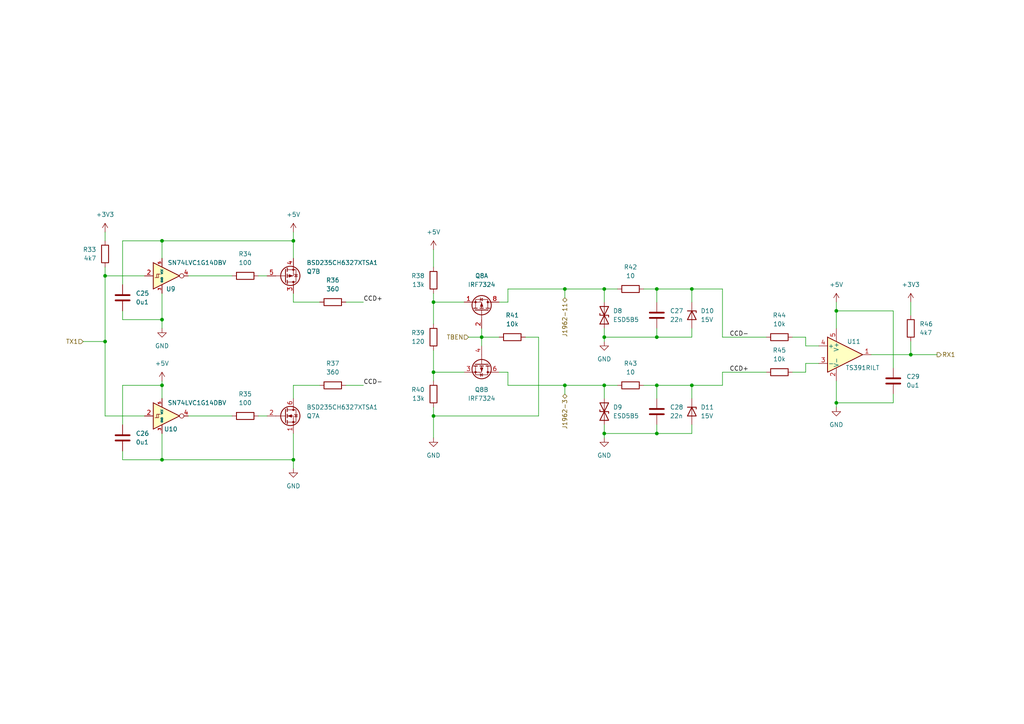
<source format=kicad_sch>
(kicad_sch (version 20211123) (generator eeschema)

  (uuid 7c22f882-7d94-4085-900e-1aee0e050811)

  (paper "A4")

  (title_block
    (title "TJ Diag")
    (date "2023-09-12")
    (rev "V1.00")
    (company "andy@britishideas.com")
    (comment 1 "V210/ChryslerScanner_V210/schematic/ChryslerScanner_V210_schematic.pdf")
    (comment 2 "Based on: https://github.com/laszlodaniel/ChryslerScanner/blob/master/PCB/")
    (comment 3 "GPL V3 LICENSE")
  )

  (lib_symbols
    (symbol "74xGxx:SN74LVC1G14DBV" (in_bom yes) (on_board yes)
      (property "Reference" "U" (id 0) (at -2.54 5.08 0)
        (effects (font (size 1.27 1.27)))
      )
      (property "Value" "SN74LVC1G14DBV" (id 1) (at 10.16 5.08 0)
        (effects (font (size 1.27 1.27)))
      )
      (property "Footprint" "Package_TO_SOT_SMD:SOT-23-5" (id 2) (at 0 -6.35 0)
        (effects (font (size 1.27 1.27)) hide)
      )
      (property "Datasheet" "http://www.ti.com/lit/ds/symlink/sn74lvc1g14.pdf" (id 3) (at 0 0 0)
        (effects (font (size 1.27 1.27)) hide)
      )
      (property "ki_keywords" "Inverter Schmitt Trigger" (id 4) (at 0 0 0)
        (effects (font (size 1.27 1.27)) hide)
      )
      (property "ki_description" "Single Schmitt-Trigger Inverter, SOT-23" (id 5) (at 0 0 0)
        (effects (font (size 1.27 1.27)) hide)
      )
      (property "ki_fp_filters" "SOT?23*" (id 6) (at 0 0 0)
        (effects (font (size 1.27 1.27)) hide)
      )
      (symbol "SN74LVC1G14DBV_0_1"
        (polyline
          (pts
            (xy -1.016 0.508)
            (xy -0.508 0.508)
          )
          (stroke (width 0) (type default) (color 0 0 0 0))
          (fill (type none))
        )
        (polyline
          (pts
            (xy -2.54 3.81)
            (xy -2.54 -3.81)
            (xy 5.08 0)
            (xy -2.54 3.81)
          )
          (stroke (width 0.254) (type default) (color 0 0 0 0))
          (fill (type background))
        )
        (polyline
          (pts
            (xy -1.524 -0.508)
            (xy -1.524 0.508)
            (xy -1.016 0.508)
            (xy -1.016 -0.508)
            (xy -2.032 -0.508)
          )
          (stroke (width 0) (type default) (color 0 0 0 0))
          (fill (type none))
        )
        (circle (center 5.715 0) (radius 0.635)
          (stroke (width 0) (type default) (color 0 0 0 0))
          (fill (type none))
        )
      )
      (symbol "SN74LVC1G14DBV_1_1"
        (pin no_connect line (at 5.08 0 180) (length 2.54) hide
          (name "NC" (effects (font (size 1.27 1.27))))
          (number "1" (effects (font (size 1.27 1.27))))
        )
        (pin input line (at -5.08 0 0) (length 2.54)
          (name "~" (effects (font (size 1.27 1.27))))
          (number "2" (effects (font (size 1.27 1.27))))
        )
        (pin power_in line (at 0 -5.08 90) (length 2.54)
          (name "GND" (effects (font (size 0.508 0.508))))
          (number "3" (effects (font (size 0.762 0.762))))
        )
        (pin output line (at 7.62 0 180) (length 1.27)
          (name "~" (effects (font (size 1.27 1.27))))
          (number "4" (effects (font (size 1.27 1.27))))
        )
        (pin power_in line (at 0 5.08 270) (length 2.54)
          (name "VCC" (effects (font (size 0.508 0.508))))
          (number "5" (effects (font (size 0.762 0.762))))
        )
      )
    )
    (symbol "ChryslerScanner:SI1555DL" (pin_names hide) (in_bom yes) (on_board yes)
      (property "Reference" "Q" (id 0) (at 5.08 1.905 0)
        (effects (font (size 1.27 1.27)) (justify left))
      )
      (property "Value" "SI1555DL" (id 1) (at 5.08 0 0)
        (effects (font (size 1.27 1.27)) (justify left))
      )
      (property "Footprint" "Package_TO_SOT_SMD:SOT-23-6" (id 2) (at 5.08 -1.905 0)
        (effects (font (size 1.27 1.27)) (justify left) hide)
      )
      (property "Datasheet" "" (id 3) (at 2.54 0 0)
        (effects (font (size 1.27 1.27)) (justify left) hide)
      )
      (property "ki_keywords" "Dual HEXFET N-Channel P-Channel MOSFET" (id 4) (at 0 0 0)
        (effects (font (size 1.27 1.27)) hide)
      )
      (property "ki_fp_filters" "SOIC*3.9x4.9mm*P1.27mm*" (id 5) (at 0 0 0)
        (effects (font (size 1.27 1.27)) hide)
      )
      (symbol "SI1555DL_0_1"
        (polyline
          (pts
            (xy 0.254 0)
            (xy -2.54 0)
          )
          (stroke (width 0) (type default) (color 0 0 0 0))
          (fill (type none))
        )
        (polyline
          (pts
            (xy 0.254 1.905)
            (xy 0.254 -1.905)
          )
          (stroke (width 0.254) (type default) (color 0 0 0 0))
          (fill (type none))
        )
        (polyline
          (pts
            (xy 0.762 -1.27)
            (xy 0.762 -2.286)
          )
          (stroke (width 0.254) (type default) (color 0 0 0 0))
          (fill (type none))
        )
        (polyline
          (pts
            (xy 0.762 0.508)
            (xy 0.762 -0.508)
          )
          (stroke (width 0.254) (type default) (color 0 0 0 0))
          (fill (type none))
        )
        (polyline
          (pts
            (xy 0.762 2.286)
            (xy 0.762 1.27)
          )
          (stroke (width 0.254) (type default) (color 0 0 0 0))
          (fill (type none))
        )
        (polyline
          (pts
            (xy 2.54 2.54)
            (xy 2.54 1.778)
          )
          (stroke (width 0) (type default) (color 0 0 0 0))
          (fill (type none))
        )
        (polyline
          (pts
            (xy 2.54 -2.54)
            (xy 2.54 0)
            (xy 0.762 0)
          )
          (stroke (width 0) (type default) (color 0 0 0 0))
          (fill (type none))
        )
        (polyline
          (pts
            (xy 0.762 -1.778)
            (xy 3.302 -1.778)
            (xy 3.302 1.778)
            (xy 0.762 1.778)
          )
          (stroke (width 0) (type default) (color 0 0 0 0))
          (fill (type none))
        )
        (circle (center 1.651 0) (radius 2.794)
          (stroke (width 0.254) (type default) (color 0 0 0 0))
          (fill (type none))
        )
        (circle (center 2.54 -1.778) (radius 0.254)
          (stroke (width 0) (type default) (color 0 0 0 0))
          (fill (type outline))
        )
        (circle (center 2.54 1.778) (radius 0.254)
          (stroke (width 0) (type default) (color 0 0 0 0))
          (fill (type outline))
        )
      )
      (symbol "SI1555DL_1_1"
        (polyline
          (pts
            (xy 1.016 0)
            (xy 2.032 0.381)
            (xy 2.032 -0.381)
            (xy 1.016 0)
          )
          (stroke (width 0) (type default) (color 0 0 0 0))
          (fill (type outline))
        )
        (polyline
          (pts
            (xy 2.794 0.508)
            (xy 2.921 0.381)
            (xy 3.683 0.381)
            (xy 3.81 0.254)
          )
          (stroke (width 0) (type default) (color 0 0 0 0))
          (fill (type none))
        )
        (polyline
          (pts
            (xy 3.302 0.381)
            (xy 2.921 -0.254)
            (xy 3.683 -0.254)
            (xy 3.302 0.381)
          )
          (stroke (width 0) (type default) (color 0 0 0 0))
          (fill (type none))
        )
        (pin passive line (at 2.54 -5.08 90) (length 2.54)
          (name "S" (effects (font (size 1.27 1.27))))
          (number "1" (effects (font (size 1.27 1.27))))
        )
        (pin input line (at -5.08 0 0) (length 2.54)
          (name "G" (effects (font (size 1.27 1.27))))
          (number "2" (effects (font (size 1.27 1.27))))
        )
        (pin passive line (at 2.54 5.08 270) (length 2.54)
          (name "D" (effects (font (size 1.27 1.27))))
          (number "6" (effects (font (size 1.27 1.27))))
        )
      )
      (symbol "SI1555DL_2_1"
        (polyline
          (pts
            (xy 2.286 0)
            (xy 1.27 0.381)
            (xy 1.27 -0.381)
            (xy 2.286 0)
          )
          (stroke (width 0) (type default) (color 0 0 0 0))
          (fill (type outline))
        )
        (polyline
          (pts
            (xy 2.794 -0.508)
            (xy 2.921 -0.381)
            (xy 3.683 -0.381)
            (xy 3.81 -0.254)
          )
          (stroke (width 0) (type default) (color 0 0 0 0))
          (fill (type none))
        )
        (polyline
          (pts
            (xy 3.302 -0.381)
            (xy 2.921 0.254)
            (xy 3.683 0.254)
            (xy 3.302 -0.381)
          )
          (stroke (width 0) (type default) (color 0 0 0 0))
          (fill (type none))
        )
        (pin passive line (at 2.54 5.08 270) (length 2.54)
          (name "D" (effects (font (size 1.27 1.27))))
          (number "3" (effects (font (size 1.27 1.27))))
        )
        (pin passive line (at 2.54 -5.08 90) (length 2.54)
          (name "1" (effects (font (size 1.27 1.27))))
          (number "4" (effects (font (size 1.27 1.27))))
        )
        (pin input line (at -5.08 0 0) (length 2.54)
          (name "G" (effects (font (size 1.27 1.27))))
          (number "5" (effects (font (size 1.27 1.27))))
        )
      )
    )
    (symbol "ChryslerScanner:TS391RILT" (pin_names (offset 0.127)) (in_bom yes) (on_board yes)
      (property "Reference" "U" (id 0) (at 0 5.08 0)
        (effects (font (size 1.27 1.27)) (justify left))
      )
      (property "Value" "TS391RILT" (id 1) (at 0 -5.08 0)
        (effects (font (size 1.27 1.27)) (justify left))
      )
      (property "Footprint" "Package_TO_SOT_SMD:SOT-23-5" (id 2) (at 13.97 -11.43 0)
        (effects (font (size 1.27 1.27)) hide)
      )
      (property "Datasheet" "" (id 3) (at 0 5.08 0)
        (effects (font (size 1.27 1.27)) hide)
      )
      (property "manf#" "TS391RILT" (id 4) (at 0 0 0)
        (effects (font (size 1.27 1.27)) hide)
      )
      (property "ki_keywords" "single opamp" (id 5) (at 0 0 0)
        (effects (font (size 1.27 1.27)) hide)
      )
      (property "ki_fp_filters" "SOT?23*" (id 6) (at 0 0 0)
        (effects (font (size 1.27 1.27)) hide)
      )
      (symbol "TS391RILT_0_1"
        (polyline
          (pts
            (xy -5.08 5.08)
            (xy 5.08 0)
            (xy -5.08 -5.08)
            (xy -5.08 5.08)
          )
          (stroke (width 0.254) (type default) (color 0 0 0 0))
          (fill (type background))
        )
        (pin power_in line (at -2.54 -7.62 90) (length 3.81)
          (name "V-" (effects (font (size 1.27 1.27))))
          (number "2" (effects (font (size 1.27 1.27))))
        )
        (pin power_in line (at -2.54 7.62 270) (length 3.81)
          (name "V+" (effects (font (size 1.27 1.27))))
          (number "5" (effects (font (size 1.27 1.27))))
        )
      )
      (symbol "TS391RILT_1_1"
        (pin output line (at 7.62 0 180) (length 2.54)
          (name "~" (effects (font (size 1.27 1.27))))
          (number "1" (effects (font (size 1.27 1.27))))
        )
        (pin input line (at -7.62 -2.54 0) (length 2.54)
          (name "-" (effects (font (size 1.27 1.27))))
          (number "3" (effects (font (size 1.27 1.27))))
        )
        (pin input line (at -7.62 2.54 0) (length 2.54)
          (name "+" (effects (font (size 1.27 1.27))))
          (number "4" (effects (font (size 1.27 1.27))))
        )
      )
    )
    (symbol "Device:C" (pin_numbers hide) (pin_names (offset 0.254)) (in_bom yes) (on_board yes)
      (property "Reference" "C" (id 0) (at 0.635 2.54 0)
        (effects (font (size 1.27 1.27)) (justify left))
      )
      (property "Value" "C" (id 1) (at 0.635 -2.54 0)
        (effects (font (size 1.27 1.27)) (justify left))
      )
      (property "Footprint" "" (id 2) (at 0.9652 -3.81 0)
        (effects (font (size 1.27 1.27)) hide)
      )
      (property "Datasheet" "~" (id 3) (at 0 0 0)
        (effects (font (size 1.27 1.27)) hide)
      )
      (property "ki_keywords" "cap capacitor" (id 4) (at 0 0 0)
        (effects (font (size 1.27 1.27)) hide)
      )
      (property "ki_description" "Unpolarized capacitor" (id 5) (at 0 0 0)
        (effects (font (size 1.27 1.27)) hide)
      )
      (property "ki_fp_filters" "C_*" (id 6) (at 0 0 0)
        (effects (font (size 1.27 1.27)) hide)
      )
      (symbol "C_0_1"
        (polyline
          (pts
            (xy -2.032 -0.762)
            (xy 2.032 -0.762)
          )
          (stroke (width 0.508) (type default) (color 0 0 0 0))
          (fill (type none))
        )
        (polyline
          (pts
            (xy -2.032 0.762)
            (xy 2.032 0.762)
          )
          (stroke (width 0.508) (type default) (color 0 0 0 0))
          (fill (type none))
        )
      )
      (symbol "C_1_1"
        (pin passive line (at 0 3.81 270) (length 2.794)
          (name "~" (effects (font (size 1.27 1.27))))
          (number "1" (effects (font (size 1.27 1.27))))
        )
        (pin passive line (at 0 -3.81 90) (length 2.794)
          (name "~" (effects (font (size 1.27 1.27))))
          (number "2" (effects (font (size 1.27 1.27))))
        )
      )
    )
    (symbol "Device:D_TVS" (pin_numbers hide) (pin_names (offset 1.016) hide) (in_bom yes) (on_board yes)
      (property "Reference" "D" (id 0) (at 0 2.54 0)
        (effects (font (size 1.27 1.27)))
      )
      (property "Value" "D_TVS" (id 1) (at 0 -2.54 0)
        (effects (font (size 1.27 1.27)))
      )
      (property "Footprint" "" (id 2) (at 0 0 0)
        (effects (font (size 1.27 1.27)) hide)
      )
      (property "Datasheet" "~" (id 3) (at 0 0 0)
        (effects (font (size 1.27 1.27)) hide)
      )
      (property "ki_keywords" "diode TVS thyrector" (id 4) (at 0 0 0)
        (effects (font (size 1.27 1.27)) hide)
      )
      (property "ki_description" "Bidirectional transient-voltage-suppression diode" (id 5) (at 0 0 0)
        (effects (font (size 1.27 1.27)) hide)
      )
      (property "ki_fp_filters" "TO-???* *_Diode_* *SingleDiode* D_*" (id 6) (at 0 0 0)
        (effects (font (size 1.27 1.27)) hide)
      )
      (symbol "D_TVS_0_1"
        (polyline
          (pts
            (xy 1.27 0)
            (xy -1.27 0)
          )
          (stroke (width 0) (type default) (color 0 0 0 0))
          (fill (type none))
        )
        (polyline
          (pts
            (xy 0.508 1.27)
            (xy 0 1.27)
            (xy 0 -1.27)
            (xy -0.508 -1.27)
          )
          (stroke (width 0.254) (type default) (color 0 0 0 0))
          (fill (type none))
        )
        (polyline
          (pts
            (xy -2.54 1.27)
            (xy -2.54 -1.27)
            (xy 2.54 1.27)
            (xy 2.54 -1.27)
            (xy -2.54 1.27)
          )
          (stroke (width 0.254) (type default) (color 0 0 0 0))
          (fill (type none))
        )
      )
      (symbol "D_TVS_1_1"
        (pin passive line (at -3.81 0 0) (length 2.54)
          (name "A1" (effects (font (size 1.27 1.27))))
          (number "1" (effects (font (size 1.27 1.27))))
        )
        (pin passive line (at 3.81 0 180) (length 2.54)
          (name "A2" (effects (font (size 1.27 1.27))))
          (number "2" (effects (font (size 1.27 1.27))))
        )
      )
    )
    (symbol "Device:D_Zener" (pin_numbers hide) (pin_names (offset 1.016) hide) (in_bom yes) (on_board yes)
      (property "Reference" "D" (id 0) (at 0 2.54 0)
        (effects (font (size 1.27 1.27)))
      )
      (property "Value" "D_Zener" (id 1) (at 0 -2.54 0)
        (effects (font (size 1.27 1.27)))
      )
      (property "Footprint" "" (id 2) (at 0 0 0)
        (effects (font (size 1.27 1.27)) hide)
      )
      (property "Datasheet" "~" (id 3) (at 0 0 0)
        (effects (font (size 1.27 1.27)) hide)
      )
      (property "ki_keywords" "diode" (id 4) (at 0 0 0)
        (effects (font (size 1.27 1.27)) hide)
      )
      (property "ki_description" "Zener diode" (id 5) (at 0 0 0)
        (effects (font (size 1.27 1.27)) hide)
      )
      (property "ki_fp_filters" "TO-???* *_Diode_* *SingleDiode* D_*" (id 6) (at 0 0 0)
        (effects (font (size 1.27 1.27)) hide)
      )
      (symbol "D_Zener_0_1"
        (polyline
          (pts
            (xy 1.27 0)
            (xy -1.27 0)
          )
          (stroke (width 0) (type default) (color 0 0 0 0))
          (fill (type none))
        )
        (polyline
          (pts
            (xy -1.27 -1.27)
            (xy -1.27 1.27)
            (xy -0.762 1.27)
          )
          (stroke (width 0.254) (type default) (color 0 0 0 0))
          (fill (type none))
        )
        (polyline
          (pts
            (xy 1.27 -1.27)
            (xy 1.27 1.27)
            (xy -1.27 0)
            (xy 1.27 -1.27)
          )
          (stroke (width 0.254) (type default) (color 0 0 0 0))
          (fill (type none))
        )
      )
      (symbol "D_Zener_1_1"
        (pin passive line (at -3.81 0 0) (length 2.54)
          (name "K" (effects (font (size 1.27 1.27))))
          (number "1" (effects (font (size 1.27 1.27))))
        )
        (pin passive line (at 3.81 0 180) (length 2.54)
          (name "A" (effects (font (size 1.27 1.27))))
          (number "2" (effects (font (size 1.27 1.27))))
        )
      )
    )
    (symbol "Device:R" (pin_numbers hide) (pin_names (offset 0)) (in_bom yes) (on_board yes)
      (property "Reference" "R" (id 0) (at 2.032 0 90)
        (effects (font (size 1.27 1.27)))
      )
      (property "Value" "R" (id 1) (at 0 0 90)
        (effects (font (size 1.27 1.27)))
      )
      (property "Footprint" "" (id 2) (at -1.778 0 90)
        (effects (font (size 1.27 1.27)) hide)
      )
      (property "Datasheet" "~" (id 3) (at 0 0 0)
        (effects (font (size 1.27 1.27)) hide)
      )
      (property "ki_keywords" "R res resistor" (id 4) (at 0 0 0)
        (effects (font (size 1.27 1.27)) hide)
      )
      (property "ki_description" "Resistor" (id 5) (at 0 0 0)
        (effects (font (size 1.27 1.27)) hide)
      )
      (property "ki_fp_filters" "R_*" (id 6) (at 0 0 0)
        (effects (font (size 1.27 1.27)) hide)
      )
      (symbol "R_0_1"
        (rectangle (start -1.016 -2.54) (end 1.016 2.54)
          (stroke (width 0.254) (type default) (color 0 0 0 0))
          (fill (type none))
        )
      )
      (symbol "R_1_1"
        (pin passive line (at 0 3.81 270) (length 1.27)
          (name "~" (effects (font (size 1.27 1.27))))
          (number "1" (effects (font (size 1.27 1.27))))
        )
        (pin passive line (at 0 -3.81 90) (length 1.27)
          (name "~" (effects (font (size 1.27 1.27))))
          (number "2" (effects (font (size 1.27 1.27))))
        )
      )
    )
    (symbol "Transistor_FET:IRF7324" (pin_names hide) (in_bom yes) (on_board yes)
      (property "Reference" "Q" (id 0) (at 5.08 1.905 0)
        (effects (font (size 1.27 1.27)) (justify left))
      )
      (property "Value" "IRF7324" (id 1) (at 5.08 0 0)
        (effects (font (size 1.27 1.27)) (justify left))
      )
      (property "Footprint" "Package_SO:SOIC-8_3.9x4.9mm_P1.27mm" (id 2) (at 5.08 -1.905 0)
        (effects (font (size 1.27 1.27)) (justify left) hide)
      )
      (property "Datasheet" "http://www.infineon.com/dgdl/irf7324pbf.pdf?fileId=5546d462533600a4015355f5f0861b4b" (id 3) (at 2.54 0 0)
        (effects (font (size 1.27 1.27)) (justify left) hide)
      )
      (property "ki_keywords" "Dual HEXFET P-Channel MOSFET" (id 4) (at 0 0 0)
        (effects (font (size 1.27 1.27)) hide)
      )
      (property "ki_description" "9A Id, -20V Vds, Dual HEXFET P-Channel MOSFET, SO-8" (id 5) (at 0 0 0)
        (effects (font (size 1.27 1.27)) hide)
      )
      (property "ki_fp_filters" "SOIC*3.9x4.9mm*P1.27mm*" (id 6) (at 0 0 0)
        (effects (font (size 1.27 1.27)) hide)
      )
      (symbol "IRF7324_0_1"
        (polyline
          (pts
            (xy 0.254 0)
            (xy -2.54 0)
          )
          (stroke (width 0) (type default) (color 0 0 0 0))
          (fill (type none))
        )
        (polyline
          (pts
            (xy 0.254 1.905)
            (xy 0.254 -1.905)
          )
          (stroke (width 0.254) (type default) (color 0 0 0 0))
          (fill (type none))
        )
        (polyline
          (pts
            (xy 0.762 -1.27)
            (xy 0.762 -2.286)
          )
          (stroke (width 0.254) (type default) (color 0 0 0 0))
          (fill (type none))
        )
        (polyline
          (pts
            (xy 0.762 0.508)
            (xy 0.762 -0.508)
          )
          (stroke (width 0.254) (type default) (color 0 0 0 0))
          (fill (type none))
        )
        (polyline
          (pts
            (xy 0.762 2.286)
            (xy 0.762 1.27)
          )
          (stroke (width 0.254) (type default) (color 0 0 0 0))
          (fill (type none))
        )
        (polyline
          (pts
            (xy 2.54 2.54)
            (xy 2.54 1.778)
          )
          (stroke (width 0) (type default) (color 0 0 0 0))
          (fill (type none))
        )
        (polyline
          (pts
            (xy 2.54 -2.54)
            (xy 2.54 0)
            (xy 0.762 0)
          )
          (stroke (width 0) (type default) (color 0 0 0 0))
          (fill (type none))
        )
        (polyline
          (pts
            (xy 0.762 1.778)
            (xy 3.302 1.778)
            (xy 3.302 -1.778)
            (xy 0.762 -1.778)
          )
          (stroke (width 0) (type default) (color 0 0 0 0))
          (fill (type none))
        )
        (polyline
          (pts
            (xy 2.286 0)
            (xy 1.27 0.381)
            (xy 1.27 -0.381)
            (xy 2.286 0)
          )
          (stroke (width 0) (type default) (color 0 0 0 0))
          (fill (type outline))
        )
        (polyline
          (pts
            (xy 2.794 -0.508)
            (xy 2.921 -0.381)
            (xy 3.683 -0.381)
            (xy 3.81 -0.254)
          )
          (stroke (width 0) (type default) (color 0 0 0 0))
          (fill (type none))
        )
        (polyline
          (pts
            (xy 3.302 -0.381)
            (xy 2.921 0.254)
            (xy 3.683 0.254)
            (xy 3.302 -0.381)
          )
          (stroke (width 0) (type default) (color 0 0 0 0))
          (fill (type none))
        )
        (circle (center 1.651 0) (radius 2.794)
          (stroke (width 0.254) (type default) (color 0 0 0 0))
          (fill (type none))
        )
        (circle (center 2.54 -1.778) (radius 0.254)
          (stroke (width 0) (type default) (color 0 0 0 0))
          (fill (type outline))
        )
        (circle (center 2.54 1.778) (radius 0.254)
          (stroke (width 0) (type default) (color 0 0 0 0))
          (fill (type outline))
        )
      )
      (symbol "IRF7324_1_1"
        (pin passive line (at 2.54 -5.08 90) (length 2.54)
          (name "S1" (effects (font (size 1.27 1.27))))
          (number "1" (effects (font (size 1.27 1.27))))
        )
        (pin input line (at -5.08 0 0) (length 2.54)
          (name "G1" (effects (font (size 1.27 1.27))))
          (number "2" (effects (font (size 1.27 1.27))))
        )
        (pin passive line (at 2.54 5.08 270) (length 2.54) hide
          (name "D1" (effects (font (size 1.27 1.27))))
          (number "7" (effects (font (size 1.27 1.27))))
        )
        (pin passive line (at 2.54 5.08 270) (length 2.54)
          (name "D1" (effects (font (size 1.27 1.27))))
          (number "8" (effects (font (size 1.27 1.27))))
        )
      )
      (symbol "IRF7324_2_1"
        (pin passive line (at 2.54 -5.08 90) (length 2.54)
          (name "S2" (effects (font (size 1.27 1.27))))
          (number "3" (effects (font (size 1.27 1.27))))
        )
        (pin input line (at -5.08 0 0) (length 2.54)
          (name "G2" (effects (font (size 1.27 1.27))))
          (number "4" (effects (font (size 1.27 1.27))))
        )
        (pin passive line (at 2.54 5.08 270) (length 2.54) hide
          (name "D2" (effects (font (size 1.27 1.27))))
          (number "5" (effects (font (size 1.27 1.27))))
        )
        (pin passive line (at 2.54 5.08 270) (length 2.54)
          (name "D2" (effects (font (size 1.27 1.27))))
          (number "6" (effects (font (size 1.27 1.27))))
        )
      )
    )
    (symbol "power:+3V3" (power) (pin_names (offset 0)) (in_bom yes) (on_board yes)
      (property "Reference" "#PWR" (id 0) (at 0 -3.81 0)
        (effects (font (size 1.27 1.27)) hide)
      )
      (property "Value" "+3V3" (id 1) (at 0 3.556 0)
        (effects (font (size 1.27 1.27)))
      )
      (property "Footprint" "" (id 2) (at 0 0 0)
        (effects (font (size 1.27 1.27)) hide)
      )
      (property "Datasheet" "" (id 3) (at 0 0 0)
        (effects (font (size 1.27 1.27)) hide)
      )
      (property "ki_keywords" "power-flag" (id 4) (at 0 0 0)
        (effects (font (size 1.27 1.27)) hide)
      )
      (property "ki_description" "Power symbol creates a global label with name \"+3V3\"" (id 5) (at 0 0 0)
        (effects (font (size 1.27 1.27)) hide)
      )
      (symbol "+3V3_0_1"
        (polyline
          (pts
            (xy -0.762 1.27)
            (xy 0 2.54)
          )
          (stroke (width 0) (type default) (color 0 0 0 0))
          (fill (type none))
        )
        (polyline
          (pts
            (xy 0 0)
            (xy 0 2.54)
          )
          (stroke (width 0) (type default) (color 0 0 0 0))
          (fill (type none))
        )
        (polyline
          (pts
            (xy 0 2.54)
            (xy 0.762 1.27)
          )
          (stroke (width 0) (type default) (color 0 0 0 0))
          (fill (type none))
        )
      )
      (symbol "+3V3_1_1"
        (pin power_in line (at 0 0 90) (length 0) hide
          (name "+3V3" (effects (font (size 1.27 1.27))))
          (number "1" (effects (font (size 1.27 1.27))))
        )
      )
    )
    (symbol "power:+5V" (power) (pin_names (offset 0)) (in_bom yes) (on_board yes)
      (property "Reference" "#PWR" (id 0) (at 0 -3.81 0)
        (effects (font (size 1.27 1.27)) hide)
      )
      (property "Value" "+5V" (id 1) (at 0 3.556 0)
        (effects (font (size 1.27 1.27)))
      )
      (property "Footprint" "" (id 2) (at 0 0 0)
        (effects (font (size 1.27 1.27)) hide)
      )
      (property "Datasheet" "" (id 3) (at 0 0 0)
        (effects (font (size 1.27 1.27)) hide)
      )
      (property "ki_keywords" "power-flag" (id 4) (at 0 0 0)
        (effects (font (size 1.27 1.27)) hide)
      )
      (property "ki_description" "Power symbol creates a global label with name \"+5V\"" (id 5) (at 0 0 0)
        (effects (font (size 1.27 1.27)) hide)
      )
      (symbol "+5V_0_1"
        (polyline
          (pts
            (xy -0.762 1.27)
            (xy 0 2.54)
          )
          (stroke (width 0) (type default) (color 0 0 0 0))
          (fill (type none))
        )
        (polyline
          (pts
            (xy 0 0)
            (xy 0 2.54)
          )
          (stroke (width 0) (type default) (color 0 0 0 0))
          (fill (type none))
        )
        (polyline
          (pts
            (xy 0 2.54)
            (xy 0.762 1.27)
          )
          (stroke (width 0) (type default) (color 0 0 0 0))
          (fill (type none))
        )
      )
      (symbol "+5V_1_1"
        (pin power_in line (at 0 0 90) (length 0) hide
          (name "+5V" (effects (font (size 1.27 1.27))))
          (number "1" (effects (font (size 1.27 1.27))))
        )
      )
    )
    (symbol "power:GND" (power) (pin_names (offset 0)) (in_bom yes) (on_board yes)
      (property "Reference" "#PWR" (id 0) (at 0 -6.35 0)
        (effects (font (size 1.27 1.27)) hide)
      )
      (property "Value" "GND" (id 1) (at 0 -3.81 0)
        (effects (font (size 1.27 1.27)))
      )
      (property "Footprint" "" (id 2) (at 0 0 0)
        (effects (font (size 1.27 1.27)) hide)
      )
      (property "Datasheet" "" (id 3) (at 0 0 0)
        (effects (font (size 1.27 1.27)) hide)
      )
      (property "ki_keywords" "power-flag" (id 4) (at 0 0 0)
        (effects (font (size 1.27 1.27)) hide)
      )
      (property "ki_description" "Power symbol creates a global label with name \"GND\" , ground" (id 5) (at 0 0 0)
        (effects (font (size 1.27 1.27)) hide)
      )
      (symbol "GND_0_1"
        (polyline
          (pts
            (xy 0 0)
            (xy 0 -1.27)
            (xy 1.27 -1.27)
            (xy 0 -2.54)
            (xy -1.27 -1.27)
            (xy 0 -1.27)
          )
          (stroke (width 0) (type default) (color 0 0 0 0))
          (fill (type none))
        )
      )
      (symbol "GND_1_1"
        (pin power_in line (at 0 0 270) (length 0) hide
          (name "GND" (effects (font (size 1.27 1.27))))
          (number "1" (effects (font (size 1.27 1.27))))
        )
      )
    )
  )

  (junction (at 175.26 111.76) (diameter 0) (color 0 0 0 0)
    (uuid 1c4ff3a1-d759-43a8-9455-f69292c8b85c)
  )
  (junction (at 163.83 83.82) (diameter 0) (color 0 0 0 0)
    (uuid 3f7d59be-2b6e-4986-96ba-06c9ddc1e7c2)
  )
  (junction (at 125.73 107.95) (diameter 0) (color 0 0 0 0)
    (uuid 425d2c87-dab1-452a-854d-ed9139837db9)
  )
  (junction (at 175.26 97.79) (diameter 0) (color 0 0 0 0)
    (uuid 5415ca52-f3c8-44ed-bcf2-afc208b65830)
  )
  (junction (at 163.83 111.76) (diameter 0) (color 0 0 0 0)
    (uuid 55d67e21-7fd3-481d-afbf-c97491dced50)
  )
  (junction (at 242.57 116.84) (diameter 0) (color 0 0 0 0)
    (uuid 5a204e8e-352b-4db0-ae60-91c9db2c4620)
  )
  (junction (at 200.66 111.76) (diameter 0) (color 0 0 0 0)
    (uuid 63f0dfe5-84b8-47dd-9808-872bc26646d0)
  )
  (junction (at 190.5 97.79) (diameter 0) (color 0 0 0 0)
    (uuid 647f6063-1f10-46b1-b436-1a9f6fc068ad)
  )
  (junction (at 46.99 92.71) (diameter 0) (color 0 0 0 0)
    (uuid 71a7b196-7037-4679-bcc7-654d2f42a8ca)
  )
  (junction (at 46.99 111.76) (diameter 0) (color 0 0 0 0)
    (uuid 7b8b2f53-5317-41b0-beb4-40bb124ad308)
  )
  (junction (at 85.09 69.85) (diameter 0) (color 0 0 0 0)
    (uuid 7c86bcce-1f47-4c5b-8b0e-90f567c89f35)
  )
  (junction (at 190.5 111.76) (diameter 0) (color 0 0 0 0)
    (uuid 8f1e69cb-8236-4b68-837d-653c0b79dc5c)
  )
  (junction (at 190.5 83.82) (diameter 0) (color 0 0 0 0)
    (uuid 9471c5c9-e0db-4b81-af1a-94bdde3ff633)
  )
  (junction (at 264.16 102.87) (diameter 0) (color 0 0 0 0)
    (uuid 9581b0ab-9a0b-4c3c-8494-7f5a5ffcd527)
  )
  (junction (at 30.48 99.06) (diameter 0) (color 0 0 0 0)
    (uuid 99cd29af-e3d4-4d52-a118-e62b24b4fee8)
  )
  (junction (at 200.66 83.82) (diameter 0) (color 0 0 0 0)
    (uuid a0f6e8d2-811f-4032-9d8e-ed0848e09d2d)
  )
  (junction (at 125.73 87.63) (diameter 0) (color 0 0 0 0)
    (uuid a77e0633-04b7-4cc5-95ec-ddad03cc79b4)
  )
  (junction (at 125.73 120.65) (diameter 0) (color 0 0 0 0)
    (uuid af666610-cd50-4a1d-afd8-6c6e9f92cdca)
  )
  (junction (at 175.26 83.82) (diameter 0) (color 0 0 0 0)
    (uuid b128c981-e648-4bc8-b5dd-ca533b44bf01)
  )
  (junction (at 46.99 69.85) (diameter 0) (color 0 0 0 0)
    (uuid c21f5ce8-4a63-4ec2-8928-941b80b12dc4)
  )
  (junction (at 175.26 125.73) (diameter 0) (color 0 0 0 0)
    (uuid cac6cab8-2cfb-454a-8645-e81f8b34cbf7)
  )
  (junction (at 85.09 133.35) (diameter 0) (color 0 0 0 0)
    (uuid d1147ece-1f96-43ef-a7d3-59199d7aa0a0)
  )
  (junction (at 190.5 125.73) (diameter 0) (color 0 0 0 0)
    (uuid e23075af-eb18-45de-8116-9f896da1cccd)
  )
  (junction (at 46.99 133.35) (diameter 0) (color 0 0 0 0)
    (uuid e5ed2aae-4472-40e3-a99c-f94d1b03d017)
  )
  (junction (at 242.57 90.17) (diameter 0) (color 0 0 0 0)
    (uuid eef0012a-7bd4-44c9-bfbb-b9e406c3acfa)
  )
  (junction (at 139.7 97.79) (diameter 0) (color 0 0 0 0)
    (uuid f8bcbc58-38e7-41fd-94a5-a5b17778b50a)
  )
  (junction (at 30.48 80.01) (diameter 0) (color 0 0 0 0)
    (uuid ff785bba-d219-409c-b342-0b32fe7cddd6)
  )

  (wire (pts (xy 163.83 111.76) (xy 147.32 111.76))
    (stroke (width 0) (type default) (color 0 0 0 0))
    (uuid 0001d3d4-0e5f-4dc6-9f72-f9d97f2e48f3)
  )
  (wire (pts (xy 242.57 90.17) (xy 242.57 95.25))
    (stroke (width 0) (type default) (color 0 0 0 0))
    (uuid 0468cbc0-709b-40ba-a6fb-f1c47b224eb8)
  )
  (wire (pts (xy 156.21 120.65) (xy 125.73 120.65))
    (stroke (width 0) (type default) (color 0 0 0 0))
    (uuid 04c1077c-55a9-47fb-97d2-2cca7672ae85)
  )
  (wire (pts (xy 30.48 99.06) (xy 30.48 80.01))
    (stroke (width 0) (type default) (color 0 0 0 0))
    (uuid 07e3956c-9cff-4764-8b09-c5409241c0db)
  )
  (wire (pts (xy 134.62 107.95) (xy 125.73 107.95))
    (stroke (width 0) (type default) (color 0 0 0 0))
    (uuid 07ecb0e3-ab96-41bb-b981-592c780bfb39)
  )
  (wire (pts (xy 54.61 120.65) (xy 67.31 120.65))
    (stroke (width 0) (type default) (color 0 0 0 0))
    (uuid 09d10670-06ba-45a2-b4ea-42687367599f)
  )
  (wire (pts (xy 175.26 95.25) (xy 175.26 97.79))
    (stroke (width 0) (type default) (color 0 0 0 0))
    (uuid 0ecc5f88-4f0a-4bf5-934b-965c18e2e697)
  )
  (wire (pts (xy 209.55 97.79) (xy 222.25 97.79))
    (stroke (width 0) (type default) (color 0 0 0 0))
    (uuid 12c77087-4ee6-484a-9345-1cb7451b73e8)
  )
  (wire (pts (xy 30.48 80.01) (xy 41.91 80.01))
    (stroke (width 0) (type default) (color 0 0 0 0))
    (uuid 1e6f14b0-1e18-4a3e-83fe-dcb4461fdef9)
  )
  (wire (pts (xy 46.99 92.71) (xy 46.99 95.25))
    (stroke (width 0) (type default) (color 0 0 0 0))
    (uuid 202d1321-502f-4ea8-a387-30ce27c103d2)
  )
  (wire (pts (xy 200.66 83.82) (xy 190.5 83.82))
    (stroke (width 0) (type default) (color 0 0 0 0))
    (uuid 220a3819-a09e-44d8-b0d3-987dc04b9d8d)
  )
  (wire (pts (xy 190.5 111.76) (xy 186.69 111.76))
    (stroke (width 0) (type default) (color 0 0 0 0))
    (uuid 224e3683-ea38-4da8-8488-e808cad761f6)
  )
  (wire (pts (xy 46.99 69.85) (xy 85.09 69.85))
    (stroke (width 0) (type default) (color 0 0 0 0))
    (uuid 2593397f-072e-4f58-88ab-56eef305d50e)
  )
  (wire (pts (xy 209.55 107.95) (xy 222.25 107.95))
    (stroke (width 0) (type default) (color 0 0 0 0))
    (uuid 25e35e77-e9a3-41dc-bea0-0a7d4f8e412f)
  )
  (wire (pts (xy 175.26 125.73) (xy 175.26 127))
    (stroke (width 0) (type default) (color 0 0 0 0))
    (uuid 27543b80-0809-4f1e-9e3c-94fb68f66608)
  )
  (wire (pts (xy 35.56 123.19) (xy 35.56 111.76))
    (stroke (width 0) (type default) (color 0 0 0 0))
    (uuid 2797e6f4-c1b7-4a6d-bd01-07c25de2a22f)
  )
  (wire (pts (xy 200.66 87.63) (xy 200.66 83.82))
    (stroke (width 0) (type default) (color 0 0 0 0))
    (uuid 29d591fb-c5dd-4e2c-88f0-b888d591e415)
  )
  (wire (pts (xy 85.09 125.73) (xy 85.09 133.35))
    (stroke (width 0) (type default) (color 0 0 0 0))
    (uuid 2e9e8c66-2f3b-4238-be87-0c668a3a519c)
  )
  (wire (pts (xy 125.73 101.6) (xy 125.73 107.95))
    (stroke (width 0) (type default) (color 0 0 0 0))
    (uuid 2f9c8753-711b-4b5b-8681-3e4ec1e4841b)
  )
  (wire (pts (xy 264.16 102.87) (xy 252.73 102.87))
    (stroke (width 0) (type default) (color 0 0 0 0))
    (uuid 2ff92a33-8f80-4f57-9651-eba16bb96d53)
  )
  (wire (pts (xy 233.68 105.41) (xy 237.49 105.41))
    (stroke (width 0) (type default) (color 0 0 0 0))
    (uuid 307bebe1-1827-4f06-b4eb-5f0f3f9656b2)
  )
  (wire (pts (xy 190.5 115.57) (xy 190.5 111.76))
    (stroke (width 0) (type default) (color 0 0 0 0))
    (uuid 3166f481-c783-4e92-afa2-adc2dae29026)
  )
  (wire (pts (xy 147.32 107.95) (xy 144.78 107.95))
    (stroke (width 0) (type default) (color 0 0 0 0))
    (uuid 342189ff-8e30-4356-894c-0e9e20991a51)
  )
  (wire (pts (xy 259.08 106.68) (xy 259.08 90.17))
    (stroke (width 0) (type default) (color 0 0 0 0))
    (uuid 355ebf74-1b8e-4cfa-8344-1449788b8bc8)
  )
  (wire (pts (xy 163.83 83.82) (xy 175.26 83.82))
    (stroke (width 0) (type default) (color 0 0 0 0))
    (uuid 37416d53-a622-4cfe-8c5e-590ba45e4640)
  )
  (wire (pts (xy 190.5 97.79) (xy 175.26 97.79))
    (stroke (width 0) (type default) (color 0 0 0 0))
    (uuid 38660f7c-3df6-4acd-a588-b6786ffb9ec1)
  )
  (wire (pts (xy 92.71 111.76) (xy 85.09 111.76))
    (stroke (width 0) (type default) (color 0 0 0 0))
    (uuid 393f3dc4-3cf5-4508-96b5-f1fa6e19db53)
  )
  (wire (pts (xy 264.16 99.06) (xy 264.16 102.87))
    (stroke (width 0) (type default) (color 0 0 0 0))
    (uuid 3b18ae20-f848-43df-9b84-13494fc74d1e)
  )
  (wire (pts (xy 139.7 97.79) (xy 135.89 97.79))
    (stroke (width 0) (type default) (color 0 0 0 0))
    (uuid 3e1c4ffe-eda6-46b6-add7-342d8165ab52)
  )
  (wire (pts (xy 259.08 90.17) (xy 242.57 90.17))
    (stroke (width 0) (type default) (color 0 0 0 0))
    (uuid 3eb418f6-e629-42b7-b2ed-77705eb1479b)
  )
  (wire (pts (xy 200.66 123.19) (xy 200.66 125.73))
    (stroke (width 0) (type default) (color 0 0 0 0))
    (uuid 40d41442-5146-4ae8-8b78-e91a391bf26d)
  )
  (wire (pts (xy 100.33 111.76) (xy 105.41 111.76))
    (stroke (width 0) (type default) (color 0 0 0 0))
    (uuid 4204a794-a06d-4db1-b5fa-43c2cf2b579f)
  )
  (wire (pts (xy 229.87 107.95) (xy 233.68 107.95))
    (stroke (width 0) (type default) (color 0 0 0 0))
    (uuid 43ecb1c8-cd7f-46b4-b4da-898a81adca39)
  )
  (wire (pts (xy 100.33 87.63) (xy 105.41 87.63))
    (stroke (width 0) (type default) (color 0 0 0 0))
    (uuid 4ae58915-336c-42b8-ace4-8466efc53017)
  )
  (wire (pts (xy 175.26 87.63) (xy 175.26 83.82))
    (stroke (width 0) (type default) (color 0 0 0 0))
    (uuid 4fb48bcd-3246-4085-ae05-e4acf4e133d5)
  )
  (wire (pts (xy 190.5 125.73) (xy 175.26 125.73))
    (stroke (width 0) (type default) (color 0 0 0 0))
    (uuid 55a16bea-fec8-4621-bb22-7f4cac1802b5)
  )
  (wire (pts (xy 74.93 120.65) (xy 77.47 120.65))
    (stroke (width 0) (type default) (color 0 0 0 0))
    (uuid 586fb7ec-34e3-4bfa-a30a-a6558fff425d)
  )
  (wire (pts (xy 163.83 83.82) (xy 163.83 86.36))
    (stroke (width 0) (type default) (color 0 0 0 0))
    (uuid 5aba4898-a056-4df2-bfaf-152d03cf020c)
  )
  (wire (pts (xy 85.09 111.76) (xy 85.09 115.57))
    (stroke (width 0) (type default) (color 0 0 0 0))
    (uuid 5e937807-122c-4b32-b21d-01fa4cd0fbc3)
  )
  (wire (pts (xy 147.32 111.76) (xy 147.32 107.95))
    (stroke (width 0) (type default) (color 0 0 0 0))
    (uuid 6385d718-a246-4b8f-bd19-5edb69c67851)
  )
  (wire (pts (xy 85.09 87.63) (xy 85.09 85.09))
    (stroke (width 0) (type default) (color 0 0 0 0))
    (uuid 6961b81d-2683-40ee-8f5d-4c48eacb87ee)
  )
  (wire (pts (xy 125.73 72.39) (xy 125.73 77.47))
    (stroke (width 0) (type default) (color 0 0 0 0))
    (uuid 69ba4c02-5270-4a31-922f-f3e1f5a64ca9)
  )
  (wire (pts (xy 35.56 82.55) (xy 35.56 69.85))
    (stroke (width 0) (type default) (color 0 0 0 0))
    (uuid 6eccdf09-cef6-432e-b41f-5aed4424d4b7)
  )
  (wire (pts (xy 200.66 95.25) (xy 200.66 97.79))
    (stroke (width 0) (type default) (color 0 0 0 0))
    (uuid 6f511816-4afc-458b-b84d-1256e6897e99)
  )
  (wire (pts (xy 175.26 97.79) (xy 175.26 99.06))
    (stroke (width 0) (type default) (color 0 0 0 0))
    (uuid 7118f67d-32df-4287-a2dd-cad7de04af9b)
  )
  (wire (pts (xy 229.87 97.79) (xy 233.68 97.79))
    (stroke (width 0) (type default) (color 0 0 0 0))
    (uuid 719289e8-e6a2-499a-8eb2-df26733b5914)
  )
  (wire (pts (xy 264.16 102.87) (xy 271.78 102.87))
    (stroke (width 0) (type default) (color 0 0 0 0))
    (uuid 72871b71-43c7-476e-8f96-5f5d5dbcb3f2)
  )
  (wire (pts (xy 190.5 95.25) (xy 190.5 97.79))
    (stroke (width 0) (type default) (color 0 0 0 0))
    (uuid 75bc319e-6a77-462e-921f-3563ebaf2882)
  )
  (wire (pts (xy 259.08 116.84) (xy 242.57 116.84))
    (stroke (width 0) (type default) (color 0 0 0 0))
    (uuid 76ab3421-132a-4cca-b346-d68f938f6f82)
  )
  (wire (pts (xy 144.78 87.63) (xy 147.32 87.63))
    (stroke (width 0) (type default) (color 0 0 0 0))
    (uuid 76ba8636-c1c9-4fd4-9db1-0a0043ddd991)
  )
  (wire (pts (xy 134.62 87.63) (xy 125.73 87.63))
    (stroke (width 0) (type default) (color 0 0 0 0))
    (uuid 788b043d-1a6e-451f-82b3-0ad6d7ef4e62)
  )
  (wire (pts (xy 233.68 100.33) (xy 237.49 100.33))
    (stroke (width 0) (type default) (color 0 0 0 0))
    (uuid 87431f52-9e56-427a-93ab-83081b31fee9)
  )
  (wire (pts (xy 200.66 111.76) (xy 209.55 111.76))
    (stroke (width 0) (type default) (color 0 0 0 0))
    (uuid 8763da5c-8bb2-4ed0-a944-7bed17075f3f)
  )
  (wire (pts (xy 233.68 97.79) (xy 233.68 100.33))
    (stroke (width 0) (type default) (color 0 0 0 0))
    (uuid 8bc29873-3bce-4b56-b708-86d61829e201)
  )
  (wire (pts (xy 175.26 115.57) (xy 175.26 111.76))
    (stroke (width 0) (type default) (color 0 0 0 0))
    (uuid 8dd2ab41-84c7-4704-9d4a-bc1cb435c581)
  )
  (wire (pts (xy 242.57 116.84) (xy 242.57 118.11))
    (stroke (width 0) (type default) (color 0 0 0 0))
    (uuid 92a8d239-dbd0-4286-a46c-58aa4fcb87bd)
  )
  (wire (pts (xy 125.73 118.11) (xy 125.73 120.65))
    (stroke (width 0) (type default) (color 0 0 0 0))
    (uuid 97bbadde-8ec7-4438-920a-2b66a0616552)
  )
  (wire (pts (xy 175.26 83.82) (xy 179.07 83.82))
    (stroke (width 0) (type default) (color 0 0 0 0))
    (uuid 980e2edf-7076-442f-814f-f202a61a5b38)
  )
  (wire (pts (xy 190.5 123.19) (xy 190.5 125.73))
    (stroke (width 0) (type default) (color 0 0 0 0))
    (uuid 98237294-2075-4967-9ade-5806075cd0a8)
  )
  (wire (pts (xy 54.61 80.01) (xy 67.31 80.01))
    (stroke (width 0) (type default) (color 0 0 0 0))
    (uuid 98781012-a4fe-4547-93bc-7aae09147a0c)
  )
  (wire (pts (xy 35.56 69.85) (xy 46.99 69.85))
    (stroke (width 0) (type default) (color 0 0 0 0))
    (uuid 9b1360b7-d3f3-4776-928b-2793421dc57a)
  )
  (wire (pts (xy 209.55 83.82) (xy 209.55 97.79))
    (stroke (width 0) (type default) (color 0 0 0 0))
    (uuid 9d2fd95e-85c4-4ac7-a609-3fe9a8120b19)
  )
  (wire (pts (xy 200.66 97.79) (xy 190.5 97.79))
    (stroke (width 0) (type default) (color 0 0 0 0))
    (uuid 9d93e0d0-b66d-453f-951e-00cfa31c9b82)
  )
  (wire (pts (xy 74.93 80.01) (xy 77.47 80.01))
    (stroke (width 0) (type default) (color 0 0 0 0))
    (uuid a4c44984-1841-4dd9-8adc-607f75060894)
  )
  (wire (pts (xy 35.56 130.81) (xy 35.56 133.35))
    (stroke (width 0) (type default) (color 0 0 0 0))
    (uuid a5555a3d-0c83-4c2a-a8e1-dec19d126c33)
  )
  (wire (pts (xy 190.5 83.82) (xy 186.69 83.82))
    (stroke (width 0) (type default) (color 0 0 0 0))
    (uuid a720b6da-f265-4489-94ba-b523101d7fe3)
  )
  (wire (pts (xy 200.66 115.57) (xy 200.66 111.76))
    (stroke (width 0) (type default) (color 0 0 0 0))
    (uuid a7d9fd8b-c09f-49e2-b80b-bacd014abd31)
  )
  (wire (pts (xy 35.56 90.17) (xy 35.56 92.71))
    (stroke (width 0) (type default) (color 0 0 0 0))
    (uuid a9ccbda9-245f-418a-b5bb-c8662ed12ea5)
  )
  (wire (pts (xy 175.26 111.76) (xy 179.07 111.76))
    (stroke (width 0) (type default) (color 0 0 0 0))
    (uuid aaa8b5e2-ceb7-4a40-a687-489a39622602)
  )
  (wire (pts (xy 125.73 87.63) (xy 125.73 93.98))
    (stroke (width 0) (type default) (color 0 0 0 0))
    (uuid abe7ce26-74a9-4642-bc43-f168f9f833b5)
  )
  (wire (pts (xy 125.73 107.95) (xy 125.73 110.49))
    (stroke (width 0) (type default) (color 0 0 0 0))
    (uuid aea57dba-f90c-4280-a536-a852c121f929)
  )
  (wire (pts (xy 200.66 125.73) (xy 190.5 125.73))
    (stroke (width 0) (type default) (color 0 0 0 0))
    (uuid af722b94-32c8-4a18-8a7b-b0ccda8566d7)
  )
  (wire (pts (xy 139.7 95.25) (xy 139.7 97.79))
    (stroke (width 0) (type default) (color 0 0 0 0))
    (uuid af9c7e05-b91f-48d2-b639-bde03269f57c)
  )
  (wire (pts (xy 46.99 125.73) (xy 46.99 133.35))
    (stroke (width 0) (type default) (color 0 0 0 0))
    (uuid af9e2751-93f0-42e8-91e3-3f20752cb89e)
  )
  (wire (pts (xy 152.4 97.79) (xy 156.21 97.79))
    (stroke (width 0) (type default) (color 0 0 0 0))
    (uuid b463d17b-a292-48cd-9efc-52ee413cb79b)
  )
  (wire (pts (xy 35.56 133.35) (xy 46.99 133.35))
    (stroke (width 0) (type default) (color 0 0 0 0))
    (uuid b62ce1e2-9f3c-4b42-b3d8-0600b23e2a71)
  )
  (wire (pts (xy 92.71 87.63) (xy 85.09 87.63))
    (stroke (width 0) (type default) (color 0 0 0 0))
    (uuid b76b1309-5b42-4d14-9d58-ff9dfa387d44)
  )
  (wire (pts (xy 46.99 110.49) (xy 46.99 111.76))
    (stroke (width 0) (type default) (color 0 0 0 0))
    (uuid b85a7c29-80bb-4845-b916-543439f6d21b)
  )
  (wire (pts (xy 85.09 69.85) (xy 85.09 74.93))
    (stroke (width 0) (type default) (color 0 0 0 0))
    (uuid bfb085de-0c96-4871-9e91-badb23d1e9e5)
  )
  (wire (pts (xy 242.57 110.49) (xy 242.57 116.84))
    (stroke (width 0) (type default) (color 0 0 0 0))
    (uuid c149d8eb-bf40-434d-9db7-72d295d7c571)
  )
  (wire (pts (xy 41.91 120.65) (xy 30.48 120.65))
    (stroke (width 0) (type default) (color 0 0 0 0))
    (uuid c244b6dd-64ca-4662-9950-9cb7b3c651fa)
  )
  (wire (pts (xy 147.32 87.63) (xy 147.32 83.82))
    (stroke (width 0) (type default) (color 0 0 0 0))
    (uuid c2ad92e1-30c2-4424-a4df-4643fe5538c6)
  )
  (wire (pts (xy 200.66 83.82) (xy 209.55 83.82))
    (stroke (width 0) (type default) (color 0 0 0 0))
    (uuid c9edcea7-dd1c-429d-bdd7-0dcc305a6c67)
  )
  (wire (pts (xy 46.99 133.35) (xy 85.09 133.35))
    (stroke (width 0) (type default) (color 0 0 0 0))
    (uuid cde4ef3f-79ad-4c0e-b0bc-40d59840b0eb)
  )
  (wire (pts (xy 200.66 111.76) (xy 190.5 111.76))
    (stroke (width 0) (type default) (color 0 0 0 0))
    (uuid cf32581f-1029-4804-82ca-ce7abbf0d990)
  )
  (wire (pts (xy 156.21 97.79) (xy 156.21 120.65))
    (stroke (width 0) (type default) (color 0 0 0 0))
    (uuid d0bfad69-2473-49f3-91c8-d156fd5257bc)
  )
  (wire (pts (xy 163.83 111.76) (xy 163.83 114.3))
    (stroke (width 0) (type default) (color 0 0 0 0))
    (uuid d5227487-3218-4714-ac86-a517cdef8530)
  )
  (wire (pts (xy 264.16 87.63) (xy 264.16 91.44))
    (stroke (width 0) (type default) (color 0 0 0 0))
    (uuid d70cf434-bff9-4e91-b798-3ddcfdce900d)
  )
  (wire (pts (xy 35.56 92.71) (xy 46.99 92.71))
    (stroke (width 0) (type default) (color 0 0 0 0))
    (uuid d91818c4-8877-4713-81fc-95af0e9e32e5)
  )
  (wire (pts (xy 46.99 74.93) (xy 46.99 69.85))
    (stroke (width 0) (type default) (color 0 0 0 0))
    (uuid da2c12ef-7d27-44f6-9d89-75f0e04aa16e)
  )
  (wire (pts (xy 125.73 120.65) (xy 125.73 127))
    (stroke (width 0) (type default) (color 0 0 0 0))
    (uuid de5fbfa0-3889-4975-afbd-eb30c51cde0f)
  )
  (wire (pts (xy 175.26 123.19) (xy 175.26 125.73))
    (stroke (width 0) (type default) (color 0 0 0 0))
    (uuid e1082257-35f7-415d-93de-fe655a42a37c)
  )
  (wire (pts (xy 46.99 111.76) (xy 46.99 115.57))
    (stroke (width 0) (type default) (color 0 0 0 0))
    (uuid e1c1bfe7-4327-414d-ac76-374457368ca7)
  )
  (wire (pts (xy 233.68 107.95) (xy 233.68 105.41))
    (stroke (width 0) (type default) (color 0 0 0 0))
    (uuid e3ba49de-297b-434f-ab3a-673214ff828c)
  )
  (wire (pts (xy 46.99 85.09) (xy 46.99 92.71))
    (stroke (width 0) (type default) (color 0 0 0 0))
    (uuid e436c553-2749-4b90-8ce9-35f62721b572)
  )
  (wire (pts (xy 30.48 77.47) (xy 30.48 80.01))
    (stroke (width 0) (type default) (color 0 0 0 0))
    (uuid e78c78c8-4249-426b-8833-8f479ce2d6d4)
  )
  (wire (pts (xy 139.7 97.79) (xy 139.7 100.33))
    (stroke (width 0) (type default) (color 0 0 0 0))
    (uuid e7ae8028-9da0-4867-b50b-66d57919a00f)
  )
  (wire (pts (xy 190.5 87.63) (xy 190.5 83.82))
    (stroke (width 0) (type default) (color 0 0 0 0))
    (uuid ee47fea0-c825-4420-8c64-1626928bb34d)
  )
  (wire (pts (xy 24.13 99.06) (xy 30.48 99.06))
    (stroke (width 0) (type default) (color 0 0 0 0))
    (uuid eec5acab-6bba-4863-9a41-85fe4219f5a0)
  )
  (wire (pts (xy 125.73 85.09) (xy 125.73 87.63))
    (stroke (width 0) (type default) (color 0 0 0 0))
    (uuid f04d39f6-3f2b-4973-ab5a-f87399a13e49)
  )
  (wire (pts (xy 85.09 133.35) (xy 85.09 135.89))
    (stroke (width 0) (type default) (color 0 0 0 0))
    (uuid f05787bf-24e4-4311-89a3-ac108be07b36)
  )
  (wire (pts (xy 30.48 67.31) (xy 30.48 69.85))
    (stroke (width 0) (type default) (color 0 0 0 0))
    (uuid f22b7567-7c5d-4d5a-a656-5f59dbb8577b)
  )
  (wire (pts (xy 30.48 120.65) (xy 30.48 99.06))
    (stroke (width 0) (type default) (color 0 0 0 0))
    (uuid f2d13fe9-2da8-4468-b844-15039056f3b1)
  )
  (wire (pts (xy 147.32 83.82) (xy 163.83 83.82))
    (stroke (width 0) (type default) (color 0 0 0 0))
    (uuid f3f2a568-5347-4e80-959a-d1d7747d7563)
  )
  (wire (pts (xy 259.08 114.3) (xy 259.08 116.84))
    (stroke (width 0) (type default) (color 0 0 0 0))
    (uuid f44f320e-d85e-43c1-bd62-9c7e67aae7d4)
  )
  (wire (pts (xy 35.56 111.76) (xy 46.99 111.76))
    (stroke (width 0) (type default) (color 0 0 0 0))
    (uuid f5127566-a08a-4b74-8fa2-7da891e06657)
  )
  (wire (pts (xy 85.09 67.31) (xy 85.09 69.85))
    (stroke (width 0) (type default) (color 0 0 0 0))
    (uuid f631cd13-db7a-42b2-92a0-9342541d63fd)
  )
  (wire (pts (xy 242.57 87.63) (xy 242.57 90.17))
    (stroke (width 0) (type default) (color 0 0 0 0))
    (uuid f7d2b159-27a1-4811-80ff-f7493333321b)
  )
  (wire (pts (xy 163.83 111.76) (xy 175.26 111.76))
    (stroke (width 0) (type default) (color 0 0 0 0))
    (uuid f857ce37-483a-45e4-9814-6422d770d861)
  )
  (wire (pts (xy 144.78 97.79) (xy 139.7 97.79))
    (stroke (width 0) (type default) (color 0 0 0 0))
    (uuid faf7fe53-224f-40bf-99fe-5f08bada68e8)
  )
  (wire (pts (xy 209.55 111.76) (xy 209.55 107.95))
    (stroke (width 0) (type default) (color 0 0 0 0))
    (uuid fbdda3fc-5052-463e-9f34-57dd50420db4)
  )

  (label "CCD+" (at 105.41 87.63 0)
    (effects (font (size 1.27 1.27)) (justify left bottom))
    (uuid 327c5b75-2b3e-43bd-b1d1-d18ebec053bc)
  )
  (label "CCD-" (at 105.41 111.76 0)
    (effects (font (size 1.27 1.27)) (justify left bottom))
    (uuid 360a8ad3-476c-4085-b2cd-eb8299f4bde9)
  )
  (label "CCD-" (at 217.17 97.79 180)
    (effects (font (size 1.27 1.27)) (justify right bottom))
    (uuid 56541dc4-dbb7-45c0-af4b-06eb9766dbf5)
  )
  (label "CCD+" (at 217.17 107.95 180)
    (effects (font (size 1.27 1.27)) (justify right bottom))
    (uuid a5493a68-a07b-4212-800e-df61a036ac5d)
  )

  (hierarchical_label "RX1" (shape output) (at 271.78 102.87 0)
    (effects (font (size 1.27 1.27)) (justify left))
    (uuid 068a11f5-5fbf-4d0e-9042-ff9a3080e83e)
  )
  (hierarchical_label "J1962-3" (shape bidirectional) (at 163.83 114.3 270)
    (effects (font (size 1.27 1.27)) (justify right))
    (uuid 80c62d04-8a42-423e-8a2b-6453d7c62119)
  )
  (hierarchical_label "TX1" (shape input) (at 24.13 99.06 180)
    (effects (font (size 1.27 1.27)) (justify right))
    (uuid c2db78d6-b593-4346-b097-7c334efc6ce8)
  )
  (hierarchical_label "TBEN" (shape input) (at 135.89 97.79 180)
    (effects (font (size 1.27 1.27)) (justify right))
    (uuid dac82666-14ba-4541-b807-e1b77276fe0c)
  )
  (hierarchical_label "J1962-11" (shape bidirectional) (at 163.83 86.36 270)
    (effects (font (size 1.27 1.27)) (justify right))
    (uuid eab44b7f-558a-456c-b72d-f7a898b6eaf7)
  )

  (symbol (lib_id "power:+5V") (at 125.73 72.39 0) (mirror y) (unit 1)
    (in_bom yes) (on_board yes) (fields_autoplaced)
    (uuid 008eb93e-8940-4b11-8ec2-7d143bc7d898)
    (property "Reference" "#PWR054" (id 0) (at 125.73 76.2 0)
      (effects (font (size 1.27 1.27)) hide)
    )
    (property "Value" "+5V" (id 1) (at 125.73 67.31 0))
    (property "Footprint" "" (id 2) (at 125.73 72.39 0)
      (effects (font (size 1.27 1.27)) hide)
    )
    (property "Datasheet" "" (id 3) (at 125.73 72.39 0)
      (effects (font (size 1.27 1.27)) hide)
    )
    (pin "1" (uuid ea545213-658e-41be-9e89-bfe1018b2e94))
  )

  (symbol (lib_id "Device:D_Zener") (at 200.66 91.44 270) (unit 1)
    (in_bom yes) (on_board yes) (fields_autoplaced)
    (uuid 038656f9-c5cf-4106-b048-61e13388edc4)
    (property "Reference" "D10" (id 0) (at 203.2 90.1699 90)
      (effects (font (size 1.27 1.27)) (justify left))
    )
    (property "Value" "15V" (id 1) (at 203.2 92.7099 90)
      (effects (font (size 1.27 1.27)) (justify left))
    )
    (property "Footprint" "Diode_SMD:D_SOD-323" (id 2) (at 200.66 91.44 0)
      (effects (font (size 1.27 1.27)) hide)
    )
    (property "Datasheet" "~" (id 3) (at 200.66 91.44 0)
      (effects (font (size 1.27 1.27)) hide)
    )
    (property "manf#" "BZX38450-C15F" (id 4) (at 200.66 91.44 90)
      (effects (font (size 1.27 1.27)) hide)
    )
    (pin "1" (uuid 554ae37c-acc6-40ff-b852-fbe0bccb69c1))
    (pin "2" (uuid 5f04f59e-2665-44f7-96d8-f8d8fb1c13e9))
  )

  (symbol (lib_id "Device:R") (at 125.73 81.28 0) (mirror y) (unit 1)
    (in_bom yes) (on_board yes)
    (uuid 11095e62-c360-4d83-a8d8-84de34a52b9d)
    (property "Reference" "R38" (id 0) (at 123.19 80.0099 0)
      (effects (font (size 1.27 1.27)) (justify left))
    )
    (property "Value" "13k" (id 1) (at 123.19 82.55 0)
      (effects (font (size 1.27 1.27)) (justify left))
    )
    (property "Footprint" "Resistor_SMD:R_0603_1608Metric" (id 2) (at 127.508 81.28 90)
      (effects (font (size 1.27 1.27)) hide)
    )
    (property "Datasheet" "~" (id 3) (at 125.73 81.28 0)
      (effects (font (size 1.27 1.27)) hide)
    )
    (pin "1" (uuid bbab9d41-6032-4af8-bb18-0782d8703c6b))
    (pin "2" (uuid 007de9fe-1d25-43ad-8077-d815710ce268))
  )

  (symbol (lib_id "power:+3V3") (at 264.16 87.63 0) (unit 1)
    (in_bom yes) (on_board yes) (fields_autoplaced)
    (uuid 119aaf9b-2311-41fa-9237-7f4689723a0a)
    (property "Reference" "#PWR060" (id 0) (at 264.16 91.44 0)
      (effects (font (size 1.27 1.27)) hide)
    )
    (property "Value" "+3V3" (id 1) (at 264.16 82.55 0))
    (property "Footprint" "" (id 2) (at 264.16 87.63 0)
      (effects (font (size 1.27 1.27)) hide)
    )
    (property "Datasheet" "" (id 3) (at 264.16 87.63 0)
      (effects (font (size 1.27 1.27)) hide)
    )
    (pin "1" (uuid 920b524a-5277-456e-86df-16c66e40f0dd))
  )

  (symbol (lib_id "Device:C") (at 35.56 127 0) (unit 1)
    (in_bom yes) (on_board yes) (fields_autoplaced)
    (uuid 164332fc-9f2a-4717-95cc-203e48dab56c)
    (property "Reference" "C26" (id 0) (at 39.37 125.7299 0)
      (effects (font (size 1.27 1.27)) (justify left))
    )
    (property "Value" "0u1" (id 1) (at 39.37 128.2699 0)
      (effects (font (size 1.27 1.27)) (justify left))
    )
    (property "Footprint" "Capacitor_SMD:C_0603_1608Metric" (id 2) (at 36.5252 130.81 0)
      (effects (font (size 1.27 1.27)) hide)
    )
    (property "Datasheet" "~" (id 3) (at 35.56 127 0)
      (effects (font (size 1.27 1.27)) hide)
    )
    (pin "1" (uuid be200e8a-ab00-4867-97e8-4964d8a6f9ef))
    (pin "2" (uuid c76caeeb-fd7f-4bfb-abb5-86bfa27887d5))
  )

  (symbol (lib_id "Device:D_TVS") (at 175.26 91.44 90) (unit 1)
    (in_bom yes) (on_board yes) (fields_autoplaced)
    (uuid 1d327450-6652-4c36-98fa-52f3b669faa4)
    (property "Reference" "D8" (id 0) (at 177.8 90.1699 90)
      (effects (font (size 1.27 1.27)) (justify right))
    )
    (property "Value" "ESD5B5" (id 1) (at 177.8 92.7099 90)
      (effects (font (size 1.27 1.27)) (justify right))
    )
    (property "Footprint" "Diode_SMD:D_SOD-523" (id 2) (at 175.26 91.44 0)
      (effects (font (size 1.27 1.27)) hide)
    )
    (property "Datasheet" "~" (id 3) (at 175.26 91.44 0)
      (effects (font (size 1.27 1.27)) hide)
    )
    (property "manf#" "ESD5B5.0ST5G" (id 4) (at 175.26 91.44 0)
      (effects (font (size 1.27 1.27)) hide)
    )
    (pin "1" (uuid 64e7319f-3e57-4abc-a340-00783086d645))
    (pin "2" (uuid 27f9f9f7-b7d6-40e9-8ff4-ad7dd4d9826a))
  )

  (symbol (lib_id "power:+5V") (at 85.09 67.31 0) (unit 1)
    (in_bom yes) (on_board yes) (fields_autoplaced)
    (uuid 2770140f-ec45-494e-8c53-f540149bd209)
    (property "Reference" "#PWR052" (id 0) (at 85.09 71.12 0)
      (effects (font (size 1.27 1.27)) hide)
    )
    (property "Value" "+5V" (id 1) (at 85.09 62.23 0))
    (property "Footprint" "" (id 2) (at 85.09 67.31 0)
      (effects (font (size 1.27 1.27)) hide)
    )
    (property "Datasheet" "" (id 3) (at 85.09 67.31 0)
      (effects (font (size 1.27 1.27)) hide)
    )
    (pin "1" (uuid 095d03e2-a878-45fd-b25e-923af0b560ee))
  )

  (symbol (lib_id "Transistor_FET:IRF7324") (at 139.7 105.41 270) (unit 2)
    (in_bom yes) (on_board yes) (fields_autoplaced)
    (uuid 2857297b-d477-4853-a856-f48f52a96310)
    (property "Reference" "Q8" (id 0) (at 139.7 113.03 90))
    (property "Value" "IRF7324" (id 1) (at 139.7 115.57 90))
    (property "Footprint" "Package_SO:SOIC-8_3.9x4.9mm_P1.27mm" (id 2) (at 137.795 110.49 0)
      (effects (font (size 1.27 1.27)) (justify left) hide)
    )
    (property "Datasheet" "http://www.infineon.com/dgdl/irf7324pbf.pdf?fileId=5546d462533600a4015355f5f0861b4b" (id 3) (at 139.7 107.95 0)
      (effects (font (size 1.27 1.27)) (justify left) hide)
    )
    (pin "1" (uuid 90a421c3-5eba-4429-afb8-af513ef74d6c))
    (pin "2" (uuid 3928787c-bba8-499e-af2c-a56ab3e71303))
    (pin "7" (uuid 6bff5018-b81c-4d85-a573-e457a6f683c3))
    (pin "8" (uuid 81cd4f32-42db-4928-a7ef-fb35515b0027))
    (pin "3" (uuid 4273b53a-4dec-4677-af5e-681671132ae3))
    (pin "4" (uuid d6710999-ea65-4e56-a818-0bfea13a3f07))
    (pin "5" (uuid ba4bc789-63a6-45ba-9743-bf967bf6b614))
    (pin "6" (uuid 358885f5-0919-410a-876c-3f81e67fe09f))
  )

  (symbol (lib_id "74xGxx:SN74LVC1G14DBV") (at 46.99 80.01 0) (unit 1)
    (in_bom yes) (on_board yes)
    (uuid 2b501258-fce8-403d-b2a1-3f6a40096ba8)
    (property "Reference" "U9" (id 0) (at 49.53 83.82 0))
    (property "Value" "SN74LVC1G14DBV" (id 1) (at 57.15 76.2 0))
    (property "Footprint" "Package_TO_SOT_SMD:SOT-23-5" (id 2) (at 46.99 86.36 0)
      (effects (font (size 1.27 1.27)) hide)
    )
    (property "Datasheet" "http://www.ti.com/lit/ds/symlink/sn74lvc1g14.pdf" (id 3) (at 46.99 80.01 0)
      (effects (font (size 1.27 1.27)) hide)
    )
    (pin "1" (uuid c6f29ea6-b969-42ec-9e42-a7e42174a2e5))
    (pin "2" (uuid 2544bab2-2fdb-42ce-afe6-21374cecefa0))
    (pin "3" (uuid 4606c976-027e-41d0-8a8f-983b43c66819))
    (pin "4" (uuid dc27c461-a53d-4b9e-b323-788ec0aa4eae))
    (pin "5" (uuid 05fb406b-25e2-442e-a388-5627335144a8))
  )

  (symbol (lib_id "power:GND") (at 46.99 95.25 0) (unit 1)
    (in_bom yes) (on_board yes) (fields_autoplaced)
    (uuid 3a0de9da-4cb1-42a0-a39a-ccc4c3f7592b)
    (property "Reference" "#PWR050" (id 0) (at 46.99 101.6 0)
      (effects (font (size 1.27 1.27)) hide)
    )
    (property "Value" "GND" (id 1) (at 46.99 100.33 0))
    (property "Footprint" "" (id 2) (at 46.99 95.25 0)
      (effects (font (size 1.27 1.27)) hide)
    )
    (property "Datasheet" "" (id 3) (at 46.99 95.25 0)
      (effects (font (size 1.27 1.27)) hide)
    )
    (pin "1" (uuid 48567bd7-0598-485b-8a41-a3c3aa7c2053))
  )

  (symbol (lib_id "Device:C") (at 259.08 110.49 0) (unit 1)
    (in_bom yes) (on_board yes) (fields_autoplaced)
    (uuid 3bc4c945-b12b-4024-a52c-d1f2577fc998)
    (property "Reference" "C29" (id 0) (at 262.89 109.2199 0)
      (effects (font (size 1.27 1.27)) (justify left))
    )
    (property "Value" "0u1" (id 1) (at 262.89 111.7599 0)
      (effects (font (size 1.27 1.27)) (justify left))
    )
    (property "Footprint" "Capacitor_SMD:C_0603_1608Metric" (id 2) (at 260.0452 114.3 0)
      (effects (font (size 1.27 1.27)) hide)
    )
    (property "Datasheet" "~" (id 3) (at 259.08 110.49 0)
      (effects (font (size 1.27 1.27)) hide)
    )
    (pin "1" (uuid 514d76e3-ce9d-4465-92b9-0f67ff1450c4))
    (pin "2" (uuid 77850221-9754-4ffa-a62a-2da1c7613d23))
  )

  (symbol (lib_id "Device:R") (at 125.73 97.79 0) (mirror y) (unit 1)
    (in_bom yes) (on_board yes)
    (uuid 49d695a9-c6ec-42f4-aa51-9db100f65e17)
    (property "Reference" "R39" (id 0) (at 123.19 96.5199 0)
      (effects (font (size 1.27 1.27)) (justify left))
    )
    (property "Value" "120" (id 1) (at 123.19 99.06 0)
      (effects (font (size 1.27 1.27)) (justify left))
    )
    (property "Footprint" "Resistor_SMD:R_0603_1608Metric" (id 2) (at 127.508 97.79 90)
      (effects (font (size 1.27 1.27)) hide)
    )
    (property "Datasheet" "~" (id 3) (at 125.73 97.79 0)
      (effects (font (size 1.27 1.27)) hide)
    )
    (pin "1" (uuid 2448629d-bbf5-4628-b8c5-fd8451120184))
    (pin "2" (uuid f94aa525-e3e2-4d95-ab96-ec76608c86a0))
  )

  (symbol (lib_id "power:GND") (at 242.57 118.11 0) (unit 1)
    (in_bom yes) (on_board yes) (fields_autoplaced)
    (uuid 4ae9e4ff-df7e-496d-819e-fcf32a6f2103)
    (property "Reference" "#PWR059" (id 0) (at 242.57 124.46 0)
      (effects (font (size 1.27 1.27)) hide)
    )
    (property "Value" "GND" (id 1) (at 242.57 123.19 0))
    (property "Footprint" "" (id 2) (at 242.57 118.11 0)
      (effects (font (size 1.27 1.27)) hide)
    )
    (property "Datasheet" "" (id 3) (at 242.57 118.11 0)
      (effects (font (size 1.27 1.27)) hide)
    )
    (pin "1" (uuid 759fc56a-6db0-45b0-a629-c433784b7778))
  )

  (symbol (lib_id "Device:R") (at 30.48 73.66 0) (mirror y) (unit 1)
    (in_bom yes) (on_board yes)
    (uuid 4ce1c58c-8853-4f60-954c-92f05c220a57)
    (property "Reference" "R33" (id 0) (at 27.94 72.3899 0)
      (effects (font (size 1.27 1.27)) (justify left))
    )
    (property "Value" "4k7" (id 1) (at 27.94 74.93 0)
      (effects (font (size 1.27 1.27)) (justify left))
    )
    (property "Footprint" "Resistor_SMD:R_0603_1608Metric" (id 2) (at 32.258 73.66 90)
      (effects (font (size 1.27 1.27)) hide)
    )
    (property "Datasheet" "~" (id 3) (at 30.48 73.66 0)
      (effects (font (size 1.27 1.27)) hide)
    )
    (pin "1" (uuid 8cdb3d24-897c-4e38-9447-2c11bda790fb))
    (pin "2" (uuid 18c8e059-d61c-446e-b160-efee246adb61))
  )

  (symbol (lib_id "Device:C") (at 35.56 86.36 0) (unit 1)
    (in_bom yes) (on_board yes) (fields_autoplaced)
    (uuid 4ffb8487-b333-42d4-871b-c3497ba5a631)
    (property "Reference" "C25" (id 0) (at 39.37 85.0899 0)
      (effects (font (size 1.27 1.27)) (justify left))
    )
    (property "Value" "0u1" (id 1) (at 39.37 87.6299 0)
      (effects (font (size 1.27 1.27)) (justify left))
    )
    (property "Footprint" "Capacitor_SMD:C_0603_1608Metric" (id 2) (at 36.5252 90.17 0)
      (effects (font (size 1.27 1.27)) hide)
    )
    (property "Datasheet" "~" (id 3) (at 35.56 86.36 0)
      (effects (font (size 1.27 1.27)) hide)
    )
    (pin "1" (uuid f9764b61-126b-4cbc-90d7-3c472afc8655))
    (pin "2" (uuid ac12c9c4-5967-4589-8004-4ecedfe6f77c))
  )

  (symbol (lib_id "power:+3V3") (at 30.48 67.31 0) (unit 1)
    (in_bom yes) (on_board yes) (fields_autoplaced)
    (uuid 5348c4fb-05f8-4f84-98a5-48b79cf11bf5)
    (property "Reference" "#PWR049" (id 0) (at 30.48 71.12 0)
      (effects (font (size 1.27 1.27)) hide)
    )
    (property "Value" "+3V3" (id 1) (at 30.48 62.23 0))
    (property "Footprint" "" (id 2) (at 30.48 67.31 0)
      (effects (font (size 1.27 1.27)) hide)
    )
    (property "Datasheet" "" (id 3) (at 30.48 67.31 0)
      (effects (font (size 1.27 1.27)) hide)
    )
    (pin "1" (uuid eefe96d2-2122-402d-aa1d-fb79f3bfb26f))
  )

  (symbol (lib_id "Device:C") (at 190.5 119.38 0) (unit 1)
    (in_bom yes) (on_board yes) (fields_autoplaced)
    (uuid 567b4b91-7339-46aa-95d4-e9336f828235)
    (property "Reference" "C28" (id 0) (at 194.31 118.1099 0)
      (effects (font (size 1.27 1.27)) (justify left))
    )
    (property "Value" "22n" (id 1) (at 194.31 120.6499 0)
      (effects (font (size 1.27 1.27)) (justify left))
    )
    (property "Footprint" "Capacitor_SMD:C_0603_1608Metric" (id 2) (at 191.4652 123.19 0)
      (effects (font (size 1.27 1.27)) hide)
    )
    (property "Datasheet" "~" (id 3) (at 190.5 119.38 0)
      (effects (font (size 1.27 1.27)) hide)
    )
    (pin "1" (uuid a65c853e-a801-4388-95c9-8989a9eaee76))
    (pin "2" (uuid a0e74239-4302-4601-bb30-fbac4c7553eb))
  )

  (symbol (lib_id "Device:D_Zener") (at 200.66 119.38 270) (unit 1)
    (in_bom yes) (on_board yes) (fields_autoplaced)
    (uuid 597108fa-27e4-4934-a181-71e695c6c3f5)
    (property "Reference" "D11" (id 0) (at 203.2 118.1099 90)
      (effects (font (size 1.27 1.27)) (justify left))
    )
    (property "Value" "15V" (id 1) (at 203.2 120.6499 90)
      (effects (font (size 1.27 1.27)) (justify left))
    )
    (property "Footprint" "Diode_SMD:D_SOD-323" (id 2) (at 200.66 119.38 0)
      (effects (font (size 1.27 1.27)) hide)
    )
    (property "Datasheet" "~" (id 3) (at 200.66 119.38 0)
      (effects (font (size 1.27 1.27)) hide)
    )
    (property "manf#" "BZX38450-C15F" (id 4) (at 200.66 119.38 90)
      (effects (font (size 1.27 1.27)) hide)
    )
    (pin "1" (uuid 03c048a5-835a-4c63-b0a4-19d387bcffa0))
    (pin "2" (uuid 71acdacc-db09-4058-93e8-a188617e0997))
  )

  (symbol (lib_id "ChryslerScanner:SI1555DL") (at 82.55 80.01 0) (mirror x) (unit 2)
    (in_bom yes) (on_board yes)
    (uuid 602a38c1-42e6-4451-b683-d11a102cb36a)
    (property "Reference" "Q7" (id 0) (at 88.9 78.7399 0)
      (effects (font (size 1.27 1.27)) (justify left))
    )
    (property "Value" "BSD235CH6327XTSA1" (id 1) (at 88.9 76.2 0)
      (effects (font (size 1.27 1.27)) (justify left))
    )
    (property "Footprint" "Package_TO_SOT_SMD:SOT-363_SC-70-6" (id 2) (at 87.63 78.105 0)
      (effects (font (size 1.27 1.27)) (justify left) hide)
    )
    (property "Datasheet" "" (id 3) (at 85.09 80.01 0)
      (effects (font (size 1.27 1.27)) (justify left) hide)
    )
    (property "manf#" "BSD235CH6327XTSA1" (id 4) (at 64.77 87.63 0)
      (effects (font (size 1.27 1.27)) hide)
    )
    (pin "1" (uuid bfcc9c67-cc0f-4e0d-9eb0-0d682f3ebd31))
    (pin "2" (uuid 7c1bfd36-88a8-4198-af49-a20cc49a0ac1))
    (pin "6" (uuid b1c54a7a-c2b5-4af7-8428-d979e0a2bda1))
    (pin "3" (uuid 3e2ce0e5-2dcb-40f6-aa8a-0d2ea16f303f))
    (pin "4" (uuid bba06de9-18c1-4408-a91c-460ec585fd58))
    (pin "5" (uuid 4b5bfb99-8748-4cf6-9161-a9c08b792141))
  )

  (symbol (lib_id "power:+5V") (at 242.57 87.63 0) (unit 1)
    (in_bom yes) (on_board yes) (fields_autoplaced)
    (uuid 66d51846-fb85-4733-9a12-3a995cd2b408)
    (property "Reference" "#PWR058" (id 0) (at 242.57 91.44 0)
      (effects (font (size 1.27 1.27)) hide)
    )
    (property "Value" "+5V" (id 1) (at 242.57 82.55 0))
    (property "Footprint" "" (id 2) (at 242.57 87.63 0)
      (effects (font (size 1.27 1.27)) hide)
    )
    (property "Datasheet" "" (id 3) (at 242.57 87.63 0)
      (effects (font (size 1.27 1.27)) hide)
    )
    (pin "1" (uuid 18673f3e-df88-4298-902c-fb2400e1838f))
  )

  (symbol (lib_id "Device:R") (at 182.88 111.76 270) (unit 1)
    (in_bom yes) (on_board yes) (fields_autoplaced)
    (uuid 6f903194-222d-4c2b-918e-1b1329c87f52)
    (property "Reference" "R43" (id 0) (at 182.88 105.41 90))
    (property "Value" "10" (id 1) (at 182.88 107.95 90))
    (property "Footprint" "Resistor_SMD:R_0603_1608Metric" (id 2) (at 182.88 109.982 90)
      (effects (font (size 1.27 1.27)) hide)
    )
    (property "Datasheet" "~" (id 3) (at 182.88 111.76 0)
      (effects (font (size 1.27 1.27)) hide)
    )
    (pin "1" (uuid 41b948c1-ffc7-468b-9355-906b2106dc10))
    (pin "2" (uuid db46412b-33e0-4756-9fc1-8e54f8eee87e))
  )

  (symbol (lib_id "Device:R") (at 71.12 80.01 270) (unit 1)
    (in_bom yes) (on_board yes) (fields_autoplaced)
    (uuid 8366cde8-fd40-4fc0-b902-0dcb3cfe7270)
    (property "Reference" "R34" (id 0) (at 71.12 73.66 90))
    (property "Value" "100" (id 1) (at 71.12 76.2 90))
    (property "Footprint" "Resistor_SMD:R_0603_1608Metric" (id 2) (at 71.12 78.232 90)
      (effects (font (size 1.27 1.27)) hide)
    )
    (property "Datasheet" "~" (id 3) (at 71.12 80.01 0)
      (effects (font (size 1.27 1.27)) hide)
    )
    (pin "1" (uuid c74e95fe-f1b9-40c8-a465-472029c0df6d))
    (pin "2" (uuid 3171dd07-f32b-4f48-8614-6becee60f4be))
  )

  (symbol (lib_id "Device:C") (at 190.5 91.44 0) (unit 1)
    (in_bom yes) (on_board yes) (fields_autoplaced)
    (uuid 85b9b0e9-12ff-4fdd-939e-bf1cb28db5fe)
    (property "Reference" "C27" (id 0) (at 194.31 90.1699 0)
      (effects (font (size 1.27 1.27)) (justify left))
    )
    (property "Value" "22n" (id 1) (at 194.31 92.7099 0)
      (effects (font (size 1.27 1.27)) (justify left))
    )
    (property "Footprint" "Capacitor_SMD:C_0603_1608Metric" (id 2) (at 191.4652 95.25 0)
      (effects (font (size 1.27 1.27)) hide)
    )
    (property "Datasheet" "~" (id 3) (at 190.5 91.44 0)
      (effects (font (size 1.27 1.27)) hide)
    )
    (pin "1" (uuid b2fb9053-fdf2-41ed-a7c8-9dac43c8889e))
    (pin "2" (uuid 979bdf70-52b4-4d08-9d30-e7183cae57e3))
  )

  (symbol (lib_id "power:GND") (at 175.26 99.06 0) (unit 1)
    (in_bom yes) (on_board yes) (fields_autoplaced)
    (uuid 9a5c9e83-7fc3-4ab5-a3d2-9497e3be4d02)
    (property "Reference" "#PWR056" (id 0) (at 175.26 105.41 0)
      (effects (font (size 1.27 1.27)) hide)
    )
    (property "Value" "GND" (id 1) (at 175.26 104.14 0))
    (property "Footprint" "" (id 2) (at 175.26 99.06 0)
      (effects (font (size 1.27 1.27)) hide)
    )
    (property "Datasheet" "" (id 3) (at 175.26 99.06 0)
      (effects (font (size 1.27 1.27)) hide)
    )
    (pin "1" (uuid ca93eaaf-6e5c-4b50-8eb0-62430441c644))
  )

  (symbol (lib_id "Device:R") (at 264.16 95.25 0) (unit 1)
    (in_bom yes) (on_board yes)
    (uuid 9cdb65d5-ef78-41ac-8036-ec6294cf27f7)
    (property "Reference" "R46" (id 0) (at 266.7 93.9799 0)
      (effects (font (size 1.27 1.27)) (justify left))
    )
    (property "Value" "4k7" (id 1) (at 266.7 96.52 0)
      (effects (font (size 1.27 1.27)) (justify left))
    )
    (property "Footprint" "Resistor_SMD:R_0603_1608Metric" (id 2) (at 262.382 95.25 90)
      (effects (font (size 1.27 1.27)) hide)
    )
    (property "Datasheet" "~" (id 3) (at 264.16 95.25 0)
      (effects (font (size 1.27 1.27)) hide)
    )
    (pin "1" (uuid 5dd806ab-7da4-49bd-b690-0c5f08a6a09a))
    (pin "2" (uuid 5d3a1de1-2d8d-49a0-9c94-ce08c27cdf8d))
  )

  (symbol (lib_id "Device:R") (at 71.12 120.65 270) (unit 1)
    (in_bom yes) (on_board yes) (fields_autoplaced)
    (uuid a4704269-fda2-4b69-8418-eee697874012)
    (property "Reference" "R35" (id 0) (at 71.12 114.3 90))
    (property "Value" "100" (id 1) (at 71.12 116.84 90))
    (property "Footprint" "Resistor_SMD:R_0603_1608Metric" (id 2) (at 71.12 118.872 90)
      (effects (font (size 1.27 1.27)) hide)
    )
    (property "Datasheet" "~" (id 3) (at 71.12 120.65 0)
      (effects (font (size 1.27 1.27)) hide)
    )
    (pin "1" (uuid e1dc9595-a8c6-4d58-8452-301762302be3))
    (pin "2" (uuid 19cb20b3-fafc-428c-8c39-bb5cf7d41926))
  )

  (symbol (lib_id "Device:R") (at 96.52 87.63 270) (unit 1)
    (in_bom yes) (on_board yes) (fields_autoplaced)
    (uuid a910aeb6-42df-437c-948d-d6b0ada1084e)
    (property "Reference" "R36" (id 0) (at 96.52 81.28 90))
    (property "Value" "360" (id 1) (at 96.52 83.82 90))
    (property "Footprint" "Resistor_SMD:R_0603_1608Metric" (id 2) (at 96.52 85.852 90)
      (effects (font (size 1.27 1.27)) hide)
    )
    (property "Datasheet" "~" (id 3) (at 96.52 87.63 0)
      (effects (font (size 1.27 1.27)) hide)
    )
    (pin "1" (uuid 80dc4371-2505-419c-98db-4a3b07a00ef6))
    (pin "2" (uuid 2e693508-5091-44d4-9d44-b670e19b95bc))
  )

  (symbol (lib_id "74xGxx:SN74LVC1G14DBV") (at 46.99 120.65 0) (unit 1)
    (in_bom yes) (on_board yes)
    (uuid ad481621-25d7-4494-96da-bad0a59045f1)
    (property "Reference" "U10" (id 0) (at 49.53 124.46 0))
    (property "Value" "SN74LVC1G14DBV" (id 1) (at 57.15 116.84 0))
    (property "Footprint" "Package_TO_SOT_SMD:SOT-23-5" (id 2) (at 46.99 127 0)
      (effects (font (size 1.27 1.27)) hide)
    )
    (property "Datasheet" "http://www.ti.com/lit/ds/symlink/sn74lvc1g14.pdf" (id 3) (at 46.99 120.65 0)
      (effects (font (size 1.27 1.27)) hide)
    )
    (pin "1" (uuid cbff4d1c-a1c0-49f7-a430-c181dab2d4f3))
    (pin "2" (uuid f70b6bcd-802e-4345-b4b8-19caa8a38c26))
    (pin "3" (uuid d3ac7738-a803-4cd6-877e-67de46853735))
    (pin "4" (uuid 0acaddf9-65ab-4733-aa6a-c693f8df2552))
    (pin "5" (uuid 37da6414-d140-4799-9aaa-c20888743c2c))
  )

  (symbol (lib_id "Device:R") (at 125.73 114.3 0) (mirror y) (unit 1)
    (in_bom yes) (on_board yes)
    (uuid b695e969-1b87-4972-aefa-9ad05f2b5eb1)
    (property "Reference" "R40" (id 0) (at 123.19 113.0299 0)
      (effects (font (size 1.27 1.27)) (justify left))
    )
    (property "Value" "13k" (id 1) (at 123.19 115.57 0)
      (effects (font (size 1.27 1.27)) (justify left))
    )
    (property "Footprint" "Resistor_SMD:R_0603_1608Metric" (id 2) (at 127.508 114.3 90)
      (effects (font (size 1.27 1.27)) hide)
    )
    (property "Datasheet" "~" (id 3) (at 125.73 114.3 0)
      (effects (font (size 1.27 1.27)) hide)
    )
    (pin "1" (uuid f802e670-fa0c-423e-93e4-6333616ba6e3))
    (pin "2" (uuid 11fc2499-19de-46de-af82-9a215adaa0f7))
  )

  (symbol (lib_id "ChryslerScanner:TS391RILT") (at 245.11 102.87 0) (unit 1)
    (in_bom yes) (on_board yes)
    (uuid b69a18c7-5c9c-4258-9bbd-833ea72773b4)
    (property "Reference" "U11" (id 0) (at 247.65 99.06 0))
    (property "Value" "TS391RILT" (id 1) (at 250.19 106.68 0))
    (property "Footprint" "Package_TO_SOT_SMD:SOT-23-5" (id 2) (at 259.08 114.3 0)
      (effects (font (size 1.27 1.27)) hide)
    )
    (property "Datasheet" "" (id 3) (at 245.11 97.79 0)
      (effects (font (size 1.27 1.27)) hide)
    )
    (property "manf#" "TS391RILT" (id 4) (at 245.11 102.87 0)
      (effects (font (size 1.27 1.27)) hide)
    )
    (pin "2" (uuid c21086b2-39f3-4985-a185-3bb3ac190e4e))
    (pin "5" (uuid f9de848d-0522-4f49-b426-afc34306ea7e))
    (pin "1" (uuid 3df3c35a-3b23-4584-a0d9-2affa25cd13f))
    (pin "3" (uuid 146e0db2-ad7c-4d88-89b2-16e076165256))
    (pin "4" (uuid d086a002-b933-4d69-89fd-5188874457f3))
  )

  (symbol (lib_id "power:+5V") (at 46.99 110.49 0) (unit 1)
    (in_bom yes) (on_board yes) (fields_autoplaced)
    (uuid ba721458-4e1d-44a0-8d22-7a4280f2ddef)
    (property "Reference" "#PWR051" (id 0) (at 46.99 114.3 0)
      (effects (font (size 1.27 1.27)) hide)
    )
    (property "Value" "+5V" (id 1) (at 46.99 105.41 0))
    (property "Footprint" "" (id 2) (at 46.99 110.49 0)
      (effects (font (size 1.27 1.27)) hide)
    )
    (property "Datasheet" "" (id 3) (at 46.99 110.49 0)
      (effects (font (size 1.27 1.27)) hide)
    )
    (pin "1" (uuid 4f8bbbb0-dfcc-4e00-b6d4-34131df2d8c8))
  )

  (symbol (lib_id "Device:R") (at 96.52 111.76 270) (unit 1)
    (in_bom yes) (on_board yes) (fields_autoplaced)
    (uuid bad24b4b-e6d4-4148-99e2-d58547aadf82)
    (property "Reference" "R37" (id 0) (at 96.52 105.41 90))
    (property "Value" "360" (id 1) (at 96.52 107.95 90))
    (property "Footprint" "Resistor_SMD:R_0603_1608Metric" (id 2) (at 96.52 109.982 90)
      (effects (font (size 1.27 1.27)) hide)
    )
    (property "Datasheet" "~" (id 3) (at 96.52 111.76 0)
      (effects (font (size 1.27 1.27)) hide)
    )
    (pin "1" (uuid 62d0048d-77b4-454e-9875-1a5127464aa7))
    (pin "2" (uuid 5ebe7429-8377-4b96-9857-e3f450ce6bbb))
  )

  (symbol (lib_id "Device:R") (at 182.88 83.82 270) (unit 1)
    (in_bom yes) (on_board yes) (fields_autoplaced)
    (uuid bda7b3e1-68ac-4a27-a0fb-45df8b14f8fe)
    (property "Reference" "R42" (id 0) (at 182.88 77.47 90))
    (property "Value" "10" (id 1) (at 182.88 80.01 90))
    (property "Footprint" "Resistor_SMD:R_0603_1608Metric" (id 2) (at 182.88 82.042 90)
      (effects (font (size 1.27 1.27)) hide)
    )
    (property "Datasheet" "~" (id 3) (at 182.88 83.82 0)
      (effects (font (size 1.27 1.27)) hide)
    )
    (pin "1" (uuid cae0916f-8c24-4bfc-af7f-bd3e9c65c716))
    (pin "2" (uuid ccc455fb-15cb-4317-a346-03f82cf1e539))
  )

  (symbol (lib_id "Device:D_TVS") (at 175.26 119.38 90) (unit 1)
    (in_bom yes) (on_board yes) (fields_autoplaced)
    (uuid bdd4591d-d831-4e5e-ae9f-38f04f572831)
    (property "Reference" "D9" (id 0) (at 177.8 118.1099 90)
      (effects (font (size 1.27 1.27)) (justify right))
    )
    (property "Value" "ESD5B5" (id 1) (at 177.8 120.6499 90)
      (effects (font (size 1.27 1.27)) (justify right))
    )
    (property "Footprint" "Diode_SMD:D_SOD-523" (id 2) (at 175.26 119.38 0)
      (effects (font (size 1.27 1.27)) hide)
    )
    (property "Datasheet" "~" (id 3) (at 175.26 119.38 0)
      (effects (font (size 1.27 1.27)) hide)
    )
    (property "manf#" "ESD5B5.0ST5G" (id 4) (at 175.26 119.38 0)
      (effects (font (size 1.27 1.27)) hide)
    )
    (pin "1" (uuid 7d0817f5-c50e-476c-af80-cd48a539b8a7))
    (pin "2" (uuid 530fe857-200d-4313-9e00-05f77ed2f55a))
  )

  (symbol (lib_id "ChryslerScanner:SI1555DL") (at 82.55 120.65 0) (unit 1)
    (in_bom yes) (on_board yes)
    (uuid c8523376-9ec1-49c2-9320-ab38bd0b3677)
    (property "Reference" "Q7" (id 0) (at 88.9 120.65 0)
      (effects (font (size 1.27 1.27)) (justify left))
    )
    (property "Value" "BSD235CH6327XTSA1" (id 1) (at 88.9 118.11 0)
      (effects (font (size 1.27 1.27)) (justify left))
    )
    (property "Footprint" "Package_TO_SOT_SMD:SOT-363_SC-70-6" (id 2) (at 87.63 122.555 0)
      (effects (font (size 1.27 1.27)) (justify left) hide)
    )
    (property "Datasheet" "" (id 3) (at 85.09 120.65 0)
      (effects (font (size 1.27 1.27)) (justify left) hide)
    )
    (property "manf#" "BSD235CH6327XTSA1" (id 4) (at 82.55 120.65 0)
      (effects (font (size 1.27 1.27)) hide)
    )
    (pin "1" (uuid 668f14fb-851c-4f20-afcb-05028b967f4c))
    (pin "2" (uuid 2650bf6b-4fef-4945-8f9a-539af6a76968))
    (pin "6" (uuid 55852bbb-b95f-490b-b8ca-5df85d79d699))
    (pin "3" (uuid af0f28c0-d492-43e3-b877-eaebd2eb5d3b))
    (pin "4" (uuid 71b1aded-e736-4bbb-a847-a06981618308))
    (pin "5" (uuid 78d6f123-5369-432e-a36a-35f982aa27ec))
  )

  (symbol (lib_id "power:GND") (at 125.73 127 0) (mirror y) (unit 1)
    (in_bom yes) (on_board yes) (fields_autoplaced)
    (uuid c88c08a4-b05d-456c-a743-2e8773f14575)
    (property "Reference" "#PWR055" (id 0) (at 125.73 133.35 0)
      (effects (font (size 1.27 1.27)) hide)
    )
    (property "Value" "GND" (id 1) (at 125.73 132.08 0))
    (property "Footprint" "" (id 2) (at 125.73 127 0)
      (effects (font (size 1.27 1.27)) hide)
    )
    (property "Datasheet" "" (id 3) (at 125.73 127 0)
      (effects (font (size 1.27 1.27)) hide)
    )
    (pin "1" (uuid 37e72701-a04d-4fbb-b78f-11ee446769a0))
  )

  (symbol (lib_id "Device:R") (at 226.06 107.95 270) (unit 1)
    (in_bom yes) (on_board yes) (fields_autoplaced)
    (uuid d887d6ea-b540-45f2-8210-8a4cff4561bd)
    (property "Reference" "R45" (id 0) (at 226.06 101.6 90))
    (property "Value" "10k" (id 1) (at 226.06 104.14 90))
    (property "Footprint" "Resistor_SMD:R_0603_1608Metric" (id 2) (at 226.06 106.172 90)
      (effects (font (size 1.27 1.27)) hide)
    )
    (property "Datasheet" "~" (id 3) (at 226.06 107.95 0)
      (effects (font (size 1.27 1.27)) hide)
    )
    (pin "1" (uuid d2c4926e-5485-46f1-9255-2e3d65b4cf83))
    (pin "2" (uuid 4fe423a5-3ea7-4782-8f33-daafe3a9a27d))
  )

  (symbol (lib_id "power:GND") (at 85.09 135.89 0) (unit 1)
    (in_bom yes) (on_board yes) (fields_autoplaced)
    (uuid d925ab71-6936-4093-8010-376e87c3d28a)
    (property "Reference" "#PWR053" (id 0) (at 85.09 142.24 0)
      (effects (font (size 1.27 1.27)) hide)
    )
    (property "Value" "GND" (id 1) (at 85.09 140.97 0))
    (property "Footprint" "" (id 2) (at 85.09 135.89 0)
      (effects (font (size 1.27 1.27)) hide)
    )
    (property "Datasheet" "" (id 3) (at 85.09 135.89 0)
      (effects (font (size 1.27 1.27)) hide)
    )
    (pin "1" (uuid ef7aba3f-e423-40fd-8f22-d35f4dcc7f47))
  )

  (symbol (lib_id "Device:R") (at 226.06 97.79 270) (unit 1)
    (in_bom yes) (on_board yes) (fields_autoplaced)
    (uuid e2994be9-8dbf-4f25-8b81-d5c0c84b5a30)
    (property "Reference" "R44" (id 0) (at 226.06 91.44 90))
    (property "Value" "10k" (id 1) (at 226.06 93.98 90))
    (property "Footprint" "Resistor_SMD:R_0603_1608Metric" (id 2) (at 226.06 96.012 90)
      (effects (font (size 1.27 1.27)) hide)
    )
    (property "Datasheet" "~" (id 3) (at 226.06 97.79 0)
      (effects (font (size 1.27 1.27)) hide)
    )
    (pin "1" (uuid 2a23c8a2-f4f7-4653-b517-7a4485a8f314))
    (pin "2" (uuid a5892ee9-dac2-44c8-8ee4-7dafb418adb1))
  )

  (symbol (lib_id "Transistor_FET:IRF7324") (at 139.7 90.17 270) (mirror x) (unit 1)
    (in_bom yes) (on_board yes) (fields_autoplaced)
    (uuid eb594b0a-4f58-4e00-9825-11d8037f449c)
    (property "Reference" "Q8" (id 0) (at 139.7 80.01 90))
    (property "Value" "IRF7324" (id 1) (at 139.7 82.55 90))
    (property "Footprint" "Package_SO:SOIC-8_3.9x4.9mm_P1.27mm" (id 2) (at 137.795 85.09 0)
      (effects (font (size 1.27 1.27)) (justify left) hide)
    )
    (property "Datasheet" "http://www.infineon.com/dgdl/irf7324pbf.pdf?fileId=5546d462533600a4015355f5f0861b4b" (id 3) (at 139.7 87.63 0)
      (effects (font (size 1.27 1.27)) (justify left) hide)
    )
    (pin "1" (uuid bf2416fa-0e6a-412d-9a7b-8aeacd117eac))
    (pin "2" (uuid 8e7836e8-5339-4790-a2a1-74407b3a55c6))
    (pin "7" (uuid c55a15d2-e5a8-4953-8a0a-c871f154e144))
    (pin "8" (uuid 88a358de-2a16-4ac9-b6c3-9a5f369128cd))
    (pin "3" (uuid da8d8d12-6ed6-4cff-ac6a-973a946bdbd2))
    (pin "4" (uuid 858ae7ed-5c4a-462c-9a71-3006798f0bd0))
    (pin "5" (uuid b2a97d37-30c8-4040-9d89-bb90fb803849))
    (pin "6" (uuid b06a2d5a-ca52-4b4f-b362-5dfe1020b10c))
  )

  (symbol (lib_id "power:GND") (at 175.26 127 0) (unit 1)
    (in_bom yes) (on_board yes) (fields_autoplaced)
    (uuid eba94896-b1b6-4c7f-8587-3bd126db352a)
    (property "Reference" "#PWR057" (id 0) (at 175.26 133.35 0)
      (effects (font (size 1.27 1.27)) hide)
    )
    (property "Value" "GND" (id 1) (at 175.26 132.08 0))
    (property "Footprint" "" (id 2) (at 175.26 127 0)
      (effects (font (size 1.27 1.27)) hide)
    )
    (property "Datasheet" "" (id 3) (at 175.26 127 0)
      (effects (font (size 1.27 1.27)) hide)
    )
    (pin "1" (uuid 2a682766-3979-4b24-808e-7078aedef643))
  )

  (symbol (lib_id "Device:R") (at 148.59 97.79 90) (mirror x) (unit 1)
    (in_bom yes) (on_board yes) (fields_autoplaced)
    (uuid f8da17ec-922f-4921-a57b-32d8aced1299)
    (property "Reference" "R41" (id 0) (at 148.59 91.44 90))
    (property "Value" "10k" (id 1) (at 148.59 93.98 90))
    (property "Footprint" "Resistor_SMD:R_0603_1608Metric" (id 2) (at 148.59 96.012 90)
      (effects (font (size 1.27 1.27)) hide)
    )
    (property "Datasheet" "~" (id 3) (at 148.59 97.79 0)
      (effects (font (size 1.27 1.27)) hide)
    )
    (pin "1" (uuid c9f32f27-6f88-46ba-b7be-f2f2356ad760))
    (pin "2" (uuid 25764264-996d-4574-88e0-afb1657a810e))
  )
)

</source>
